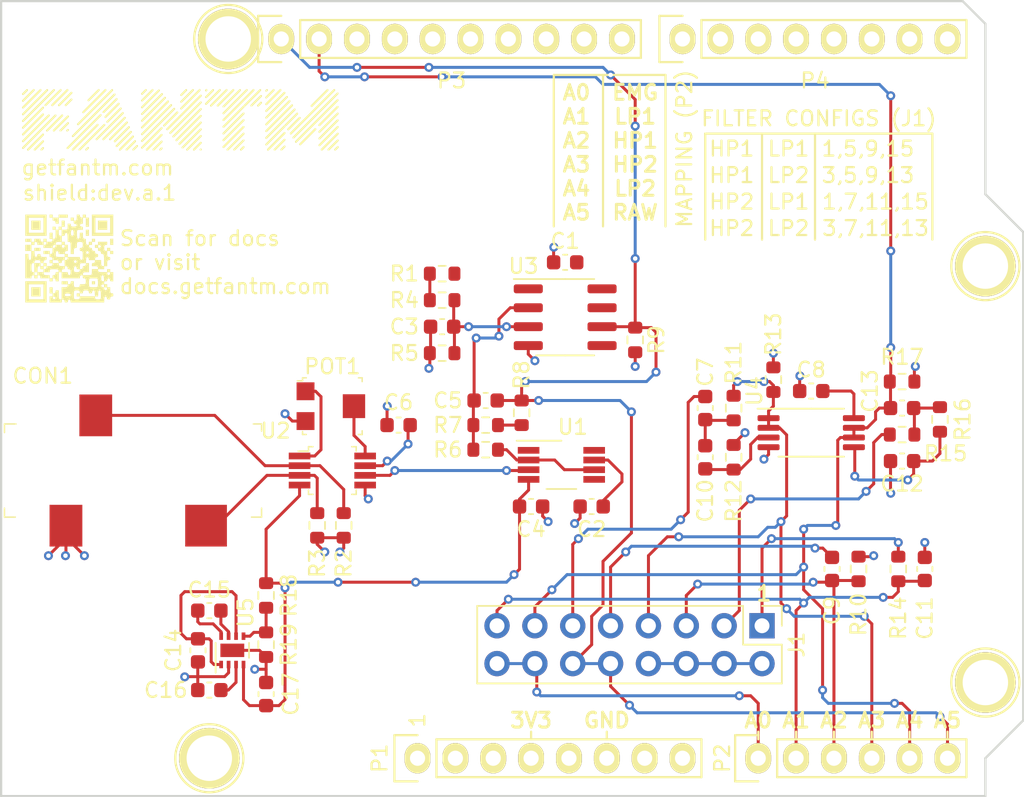
<source format=kicad_pcb>
(kicad_pcb (version 20171130) (host pcbnew "(5.1.8)-1")
  (title_block (date "lun. 30 mars 2015"))
  (layers (0 F.Cu signal) (31 B.Cu signal) (34 B.Paste user) (35 F.Paste user) (36 B.SilkS user) (37 F.SilkS user) (38 B.Mask user) (39 F.Mask user) (44 Edge.Cuts user))
  (net 0 "")
  (net 1 /IOREF)
  (net 2 /Reset)
  (net 3 +5V)
  (net 4 GND)
  (net 5 /Vin)
  (net 6 /A0)
  (net 7 /A1)
  (net 8 /A2)
  (net 9 /A3)
  (net 10 /AREF)
  (net 11 "/A4(SDA)")
  (net 12 "/A5(SCL)")
  (net 13 "/9(**)")
  (net 14 /8)
  (net 15 /7)
  (net 16 "/6(**)")
  (net 17 "/5(**)")
  (net 18 /4)
  (net 19 "/3(**)")
  (net 20 /2)
  (net 21 "/1(Tx)")
  (net 22 "/0(Rx)")
  (net 23 "Net-(P5-Pad1)")
  (net 24 "Net-(P6-Pad1)")
  (net 25 "Net-(P7-Pad1)")
  (net 26 "Net-(P8-Pad1)")
  (net 27 "/13(SCK)")
  (net 28 "/10(**/SS)")
  (net 29 "Net-(P1-Pad1)")
  (net 30 +3V3)
  (net 31 "/12(MISO)")
  (net 32 "/11(**/MOSI)")
  (net 33 "/EMG Amplifiers/SECOND_ORDER_HP")
  (net 34 "/EMG Amplifiers/HP_2_MID")
  (net 35 "/EMG Amplifiers/FIRST_ORDER_HP")
  (net 36 "/EMG Amplifiers/HP_2_+")
  (net 37 "/EMG Amplifiers/LP_2_+")
  (net 38 "/EMG Amplifiers/LP_2_MID")
  (net 39 /EMG_N)
  (net 40 /EMG_P)
  (net 41 "Net-(POT1-Pad1)")
  (net 42 "Net-(POT1-Pad2)")
  (net 43 "/EMG Amplifiers/FIRST_ORDER_LP")
  (net 44 "/EMG Amplifiers/SECOND_ORDER_LP")
  (net 45 "/EMG Amplifiers/HP")
  (net 46 "Net-(C3-Pad2)")
  (net 47 -5V)
  (net 48 "Net-(C5-Pad2)")
  (net 49 "Net-(C15-Pad2)")
  (net 50 "Net-(C15-Pad1)")
  (net 51 "Net-(C16-Pad2)")
  (net 52 "Net-(R1-Pad1)")
  (net 53 "Net-(R6-Pad2)")
  (net 54 "Net-(R7-Pad1)")
  (net 55 "Net-(R18-Pad1)")
  (net 56 "/EMG Amplifiers/EMG_INSTR")
  (net 57 "Net-(U3-Pad8)")
  (net 58 "Net-(U3-Pad5)")
  (net 59 "Net-(U3-Pad1)")
  (module kicad:docs4 (layer F.Cu) (at 115.57 90.297)
    (fp_text reference G*** hide)
    (fp_text value LOGO hide)
  )
  (module Package_SO:VSSOP-8_3.0x3.0mm_P0.65mm (layer F.Cu) (at 148.59 104.14)
    (fp_text reference U1 (at 0.762 -2.54) (layer F.SilkS))
    (fp_text value OPA140DGK)
    (pad 8 smd rect (at 2.2 -0.975 270) (size 0.45 1.45) (layers F.Cu F.Paste F.Mask))
    (pad 7 smd rect (at 2.2 -0.325 270) (size 0.45 1.45) (layers F.Cu F.Paste F.Mask) (net 3 +5V))
    (pad 6 smd rect (at 2.2 0.325 270) (size 0.45 1.45) (layers F.Cu F.Paste F.Mask) (net 53 "Net-(R6-Pad2)"))
    (pad 5 smd rect (at 2.2 0.975 270) (size 0.45 1.45) (layers F.Cu F.Paste F.Mask))
    (pad 4 smd rect (at -2.2 0.975 270) (size 0.45 1.45) (layers F.Cu F.Paste F.Mask) (net 47 -5V))
    (pad 3 smd rect (at -2.2 0.325 270) (size 0.45 1.45) (layers F.Cu F.Paste F.Mask) (net 56 "/EMG Amplifiers/EMG_INSTR"))
    (pad 2 smd rect (at -2.2 -0.325 270) (size 0.45 1.45) (layers F.Cu F.Paste F.Mask) (net 53 "Net-(R6-Pad2)"))
    (pad 1 smd rect (at -2.2 -0.975 270) (size 0.45 1.45) (layers F.Cu F.Paste F.Mask))
  )
  (module Resistor_SMD:R_0603_1608Metric (layer F.Cu) (at 140.589 93.091 180)
    (fp_text reference R4 (at 2.54 0) (layer F.SilkS))
    (fp_text value 3.9k)
    (pad 2 smd roundrect (at 0.825 0 180) (size 0.8 0.95) (layers F.Cu F.Paste F.Mask) (net 52 "Net-(R1-Pad1)"))
    (pad 1 smd roundrect (at -0.825 0 180) (size 0.8 0.95) (layers F.Cu F.Paste F.Mask) (net 46 "Net-(C3-Pad2)"))
  )
  (module Package_SON:WSON-8-1EP_2x2mm_P0.5mm_EP0.9x1.6mm (layer F.Cu) (at 126.511 116.586 90)
    (fp_text reference U5 (at 2.54 0.889 90) (layer F.SilkS))
    (fp_text value LM27761)
    (pad 6 smd rect (at 0.95 0.25 90) (size 0.5 0.25) (layers F.Cu F.Paste F.Mask) (net 3 +5V))
    (pad 5 smd rect (at 0.95 0.75 90) (size 0.5 0.25) (layers F.Cu F.Paste F.Mask) (net 55 "Net-(R18-Pad1)"))
    (pad 4 smd rect (at -0.95 0.75 90) (size 0.5 0.25) (layers F.Cu F.Paste F.Mask) (net 47 -5V))
    (pad 2 smd rect (at -0.95 -0.25 90) (size 0.5 0.25) (layers F.Cu F.Paste F.Mask) (net 4 GND))
    (pad 1 smd rect (at -0.95 -0.75 90) (size 0.5 0.25) (layers F.Cu F.Paste F.Mask) (net 3 +5V))
    (pad 9 smd rect (at 0 0 90) (size 0.9 1.6) (layers F.Cu F.Mask) (net 4 GND))
    (pad 8 smd rect (at 0.95 -0.75 90) (size 0.5 0.25) (layers F.Cu F.Paste F.Mask) (net 49 "Net-(C15-Pad2)"))
    (pad 7 smd rect (at 0.95 -0.25 90) (size 0.5 0.25) (layers F.Cu F.Paste F.Mask) (net 50 "Net-(C15-Pad1)"))
    (pad 3 smd rect (at -0.95 0.25 90) (size 0.5 0.25) (layers F.Cu F.Paste F.Mask) (net 51 "Net-(C16-Pad2)"))
  )
  (module Package_SO:SOIC-8_3.9x4.9mm_P1.27mm (layer F.Cu) (at 148.844 94.234)
    (fp_text reference U3 (at -2.794 -3.429) (layer F.SilkS))
    (fp_text value OPA376xxD)
    (pad 8 smd roundrect (at 2.475 -1.905) (size 1.95 0.6) (layers F.Cu F.Paste F.Mask) (net 57 "Net-(U3-Pad8)"))
    (pad 7 smd roundrect (at 2.475 -0.635) (size 1.95 0.6) (layers F.Cu F.Paste F.Mask) (net 3 +5V))
    (pad 6 smd roundrect (at 2.475 0.635) (size 1.95 0.6) (layers F.Cu F.Paste F.Mask) (net 12 "/A5(SCL)"))
    (pad 5 smd roundrect (at 2.475 1.905) (size 1.95 0.6) (layers F.Cu F.Paste F.Mask) (net 58 "Net-(U3-Pad5)"))
    (pad 4 smd roundrect (at -2.475 1.905) (size 1.95 0.6) (layers F.Cu F.Paste F.Mask) (net 4 GND))
    (pad 3 smd roundrect (at -2.475 0.635) (size 1.95 0.6) (layers F.Cu F.Paste F.Mask) (net 46 "Net-(C3-Pad2)"))
    (pad 2 smd roundrect (at -2.475 -0.635) (size 1.95 0.6) (layers F.Cu F.Paste F.Mask) (net 48 "Net-(C5-Pad2)"))
    (pad 1 smd roundrect (at -2.475 -1.905) (size 1.95 0.6) (layers F.Cu F.Paste F.Mask) (net 59 "Net-(U3-Pad1)"))
  )
  (module Resistor_SMD:R_0603_1608Metric (layer F.Cu) (at 128.778 116.205 270)
    (fp_text reference R19 (at 0 -1.524 90) (layer F.SilkS))
    (fp_text value 100k)
    (pad 2 smd roundrect (at 0.825 0 270) (size 0.8 0.95) (layers F.Cu F.Paste F.Mask) (net 4 GND))
    (pad 1 smd roundrect (at -0.825 0 270) (size 0.8 0.95) (layers F.Cu F.Paste F.Mask) (net 55 "Net-(R18-Pad1)"))
  )
  (module Resistor_SMD:R_0603_1608Metric (layer F.Cu) (at 128.778 112.903 90)
    (fp_text reference R18 (at 0 1.524 90) (layer F.SilkS))
    (fp_text value 309k)
    (pad 2 smd roundrect (at 0.825 0 90) (size 0.8 0.95) (layers F.Cu F.Paste F.Mask) (net 47 -5V))
    (pad 1 smd roundrect (at -0.825 0 90) (size 0.8 0.95) (layers F.Cu F.Paste F.Mask) (net 55 "Net-(R18-Pad1)"))
  )
  (module Resistor_SMD:R_0603_1608Metric (layer F.Cu) (at 153.543 95.758 270)
    (fp_text reference R9 (at 0 -1.43 90) (layer F.SilkS))
    (fp_text value 10k)
    (pad 2 smd roundrect (at 0.825 0 270) (size 0.8 0.95) (layers F.Cu F.Paste F.Mask) (net 4 GND))
    (pad 1 smd roundrect (at -0.825 0 270) (size 0.8 0.95) (layers F.Cu F.Paste F.Mask) (net 12 "/A5(SCL)"))
  )
  (module Resistor_SMD:R_0603_1608Metric (layer F.Cu) (at 145.923 100.647 270)
    (fp_text reference R8 (at -2.54 0 90) (layer F.SilkS))
    (fp_text value 2.7k)
    (pad 2 smd roundrect (at 0.825 0 270) (size 0.8 0.95) (layers F.Cu F.Paste F.Mask) (net 54 "Net-(R7-Pad1)"))
    (pad 1 smd roundrect (at -0.825 0 270) (size 0.8 0.95) (layers F.Cu F.Paste F.Mask) (net 12 "/A5(SCL)"))
  )
  (module Resistor_SMD:R_0603_1608Metric (layer F.Cu) (at 143.51 101.473 180)
    (fp_text reference R7 (at 2.54 0) (layer F.SilkS))
    (fp_text value 33k)
    (pad 2 smd roundrect (at 0.825 0 180) (size 0.8 0.95) (layers F.Cu F.Paste F.Mask) (net 48 "Net-(C5-Pad2)"))
    (pad 1 smd roundrect (at -0.825 0 180) (size 0.8 0.95) (layers F.Cu F.Paste F.Mask) (net 54 "Net-(R7-Pad1)"))
  )
  (module Resistor_SMD:R_0603_1608Metric (layer F.Cu) (at 143.51 103.124)
    (fp_text reference R6 (at -2.54 0) (layer F.SilkS))
    (fp_text value 39k)
    (pad 2 smd roundrect (at 0.825 0) (size 0.8 0.95) (layers F.Cu F.Paste F.Mask) (net 53 "Net-(R6-Pad2)"))
    (pad 1 smd roundrect (at -0.825 0) (size 0.8 0.95) (layers F.Cu F.Paste F.Mask) (net 48 "Net-(C5-Pad2)"))
  )
  (module Resistor_SMD:R_0603_1608Metric (layer F.Cu) (at 140.589 96.647 180)
    (fp_text reference R5 (at 2.54 0) (layer F.SilkS))
    (fp_text value 10k)
    (pad 2 smd roundrect (at 0.825 0 180) (size 0.8 0.95) (layers F.Cu F.Paste F.Mask) (net 4 GND))
    (pad 1 smd roundrect (at -0.825 0 180) (size 0.8 0.95) (layers F.Cu F.Paste F.Mask) (net 46 "Net-(C3-Pad2)"))
  )
  (module Resistor_SMD:R_0603_1608Metric (layer F.Cu) (at 132.207 108.204 90)
    (fp_text reference R3 (at -2.54 0 90) (layer F.SilkS))
    (fp_text value 47k)
    (pad 2 smd roundrect (at 0.825 0 90) (size 0.8 0.95) (layers F.Cu F.Paste F.Mask) (net 40 /EMG_P))
    (pad 1 smd roundrect (at -0.825 0 90) (size 0.8 0.95) (layers F.Cu F.Paste F.Mask) (net 4 GND))
  )
  (module Resistor_SMD:R_0603_1608Metric (layer F.Cu) (at 133.985 108.204 90)
    (fp_text reference R2 (at -2.54 0 90) (layer F.SilkS))
    (fp_text value 47k)
    (pad 2 smd roundrect (at 0.825 0 90) (size 0.8 0.95) (layers F.Cu F.Paste F.Mask) (net 39 /EMG_N))
    (pad 1 smd roundrect (at -0.825 0 90) (size 0.8 0.95) (layers F.Cu F.Paste F.Mask) (net 4 GND))
  )
  (module Resistor_SMD:R_0603_1608Metric (layer F.Cu) (at 140.589 91.313)
    (fp_text reference R1 (at -2.54 0) (layer F.SilkS))
    (fp_text value 33k)
    (pad 2 smd roundrect (at 0.825 0) (size 0.8 0.95) (layers F.Cu F.Paste F.Mask) (net 3 +5V))
    (pad 1 smd roundrect (at -0.825 0) (size 0.8 0.95) (layers F.Cu F.Paste F.Mask) (net 52 "Net-(R1-Pad1)"))
  )
  (module Capacitor_SMD:C_0603_1608Metric (layer F.Cu) (at 128.778 119.52 270)
    (fp_text reference C17 (at 0 -1.651 90) (layer F.SilkS))
    (fp_text value 2.2uF)
    (pad 2 smd roundrect (at 0.775 0 270) (size 0.9 0.95) (layers F.Cu F.Paste F.Mask) (net 47 -5V))
    (pad 1 smd roundrect (at -0.775 0 270) (size 0.9 0.95) (layers F.Cu F.Paste F.Mask) (net 4 GND))
  )
  (module Capacitor_SMD:C_0603_1608Metric (layer F.Cu) (at 124.968 119.253)
    (fp_text reference C16 (at -2.921 0) (layer F.SilkS))
    (fp_text value 4.7uF)
    (pad 2 smd roundrect (at 0.775 0) (size 0.9 0.95) (layers F.Cu F.Paste F.Mask) (net 51 "Net-(C16-Pad2)"))
    (pad 1 smd roundrect (at -0.775 0) (size 0.9 0.95) (layers F.Cu F.Paste F.Mask) (net 4 GND))
  )
  (module Capacitor_SMD:C_0603_1608Metric (layer F.Cu) (at 124.968 113.919 180)
    (fp_text reference C15 (at 0 1.397) (layer F.SilkS))
    (fp_text value 1uF)
    (pad 2 smd roundrect (at 0.775 0 180) (size 0.9 0.95) (layers F.Cu F.Paste F.Mask) (net 49 "Net-(C15-Pad2)"))
    (pad 1 smd roundrect (at -0.775 0 180) (size 0.9 0.95) (layers F.Cu F.Paste F.Mask) (net 50 "Net-(C15-Pad1)"))
  )
  (module Capacitor_SMD:C_0603_1608Metric (layer F.Cu) (at 124.206 116.586 90)
    (fp_text reference C14 (at 0 -1.651 90) (layer F.SilkS))
    (fp_text value 4.7uF)
    (pad 2 smd roundrect (at 0.775 0 90) (size 0.9 0.95) (layers F.Cu F.Paste F.Mask) (net 3 +5V))
    (pad 1 smd roundrect (at -0.775 0 90) (size 0.9 0.95) (layers F.Cu F.Paste F.Mask) (net 4 GND))
  )
  (module Capacitor_SMD:C_0603_1608Metric (layer F.Cu) (at 143.51 99.822 180)
    (fp_text reference C5 (at 2.54 0) (layer F.SilkS))
    (fp_text value 43pF)
    (pad 2 smd roundrect (at 0.775 0 180) (size 0.9 0.95) (layers F.Cu F.Paste F.Mask) (net 48 "Net-(C5-Pad2)"))
    (pad 1 smd roundrect (at -0.775 0 180) (size 0.9 0.95) (layers F.Cu F.Paste F.Mask) (net 12 "/A5(SCL)"))
  )
  (module Capacitor_SMD:C_0603_1608Metric (layer F.Cu) (at 146.558 106.934 180)
    (fp_text reference C4 (at 0 -1.524) (layer F.SilkS))
    (fp_text value 0.1uF)
    (pad 2 smd roundrect (at 0.775 0 180) (size 0.9 0.95) (layers F.Cu F.Paste F.Mask) (net 47 -5V))
    (pad 1 smd roundrect (at -0.775 0 180) (size 0.9 0.95) (layers F.Cu F.Paste F.Mask) (net 4 GND))
  )
  (module Capacitor_SMD:C_0603_1608Metric (layer F.Cu) (at 140.589 94.869)
    (fp_text reference C3 (at -2.54 0) (layer F.SilkS))
    (fp_text value 1uF)
    (pad 2 smd roundrect (at 0.775 0) (size 0.9 0.95) (layers F.Cu F.Paste F.Mask) (net 46 "Net-(C3-Pad2)"))
    (pad 1 smd roundrect (at -0.775 0) (size 0.9 0.95) (layers F.Cu F.Paste F.Mask) (net 4 GND))
  )
  (module Capacitor_SMD:C_0603_1608Metric (layer F.Cu) (at 150.622 106.934)
    (fp_text reference C2 (at 0 1.524) (layer F.SilkS))
    (fp_text value 0.1uF)
    (pad 2 smd roundrect (at 0.775 0) (size 0.9 0.95) (layers F.Cu F.Paste F.Mask) (net 3 +5V))
    (pad 1 smd roundrect (at -0.775 0) (size 0.9 0.95) (layers F.Cu F.Paste F.Mask) (net 4 GND))
  )
  (module Capacitor_SMD:C_0603_1608Metric (layer F.Cu) (at 148.844 90.551)
    (fp_text reference C1 (at 0 -1.43) (layer F.SilkS))
    (fp_text value 0.1uF)
    (pad 2 smd roundrect (at 0.775 0) (size 0.9 0.95) (layers F.Cu F.Paste F.Mask) (net 3 +5V))
    (pad 1 smd roundrect (at -0.775 0) (size 0.9 0.95) (layers F.Cu F.Paste F.Mask) (net 4 GND))
  )
  (module Connector_PinHeader_2.54mm:PinHeader_2x08_P2.54mm_Vertical (layer F.Cu) (at 162.052 114.935 270)
    (fp_text reference J1 (at 1.27 -2.33 90) (layer F.SilkS))
    (fp_text value Conn_02x08_Row_Letter_Last)
    (pad 16 thru_hole oval (at 2.54 17.78 270) (size 1.7 1.7) (drill 1) (layers *.Cu *.Mask) (net 6 /A0))
    (pad 15 thru_hole oval (at 0 17.78 270) (size 1.7 1.7) (drill 1) (layers *.Cu *.Mask) (net 7 /A1))
    (pad 14 thru_hole oval (at 2.54 15.24 270) (size 1.7 1.7) (drill 1) (layers *.Cu *.Mask) (net 6 /A0))
    (pad 13 thru_hole oval (at 0 15.24 270) (size 1.7 1.7) (drill 1) (layers *.Cu *.Mask) (net 11 "/A4(SDA)"))
    (pad 12 thru_hole oval (at 2.54 12.7 270) (size 1.7 1.7) (drill 1) (layers *.Cu *.Mask) (net 12 "/A5(SCL)"))
    (pad 11 thru_hole oval (at 0 12.7 270) (size 1.7 1.7) (drill 1) (layers *.Cu *.Mask) (net 33 "/EMG Amplifiers/SECOND_ORDER_HP"))
    (pad 10 thru_hole oval (at 2.54 10.16 270) (size 1.7 1.7) (drill 1) (layers *.Cu *.Mask) (net 12 "/A5(SCL)"))
    (pad 9 thru_hole oval (at 0 10.16 270) (size 1.7 1.7) (drill 1) (layers *.Cu *.Mask) (net 35 "/EMG Amplifiers/FIRST_ORDER_HP"))
    (pad 8 thru_hole oval (at 2.54 7.62 270) (size 1.7 1.7) (drill 1) (layers *.Cu *.Mask) (net 45 "/EMG Amplifiers/HP"))
    (pad 7 thru_hole oval (at 0 7.62 270) (size 1.7 1.7) (drill 1) (layers *.Cu *.Mask) (net 9 /A3))
    (pad 6 thru_hole oval (at 2.54 5.08 270) (size 1.7 1.7) (drill 1) (layers *.Cu *.Mask) (net 45 "/EMG Amplifiers/HP"))
    (pad 5 thru_hole oval (at 0 5.08 270) (size 1.7 1.7) (drill 1) (layers *.Cu *.Mask) (net 8 /A2))
    (pad 4 thru_hole oval (at 2.54 2.54 270) (size 1.7 1.7) (drill 1) (layers *.Cu *.Mask) (net 45 "/EMG Amplifiers/HP"))
    (pad 3 thru_hole oval (at 0 2.54 270) (size 1.7 1.7) (drill 1) (layers *.Cu *.Mask) (net 44 "/EMG Amplifiers/SECOND_ORDER_LP"))
    (pad 2 thru_hole oval (at 2.54 0 270) (size 1.7 1.7) (drill 1) (layers *.Cu *.Mask) (net 45 "/EMG Amplifiers/HP"))
    (pad 1 thru_hole rect (at 0 0 270) (size 1.7 1.7) (drill 1) (layers *.Cu *.Mask) (net 43 "/EMG Amplifiers/FIRST_ORDER_LP"))
  )
  (module Package_SO:TSSOP-8_4.4x3mm_P0.65mm (layer F.Cu) (at 165.354 101.981)
    (fp_text reference U4 (at -3.81 -2.794 270) (layer F.SilkS))
    (fp_text value TLV9002IPWR)
    (pad 8 smd roundrect (at 2.8625 -0.975) (size 1.475 0.4) (layers F.Cu F.Paste F.Mask) (net 3 +5V))
    (pad 7 smd roundrect (at 2.8625 -0.325) (size 1.475 0.4) (layers F.Cu F.Paste F.Mask) (net 11 "/A4(SDA)"))
    (pad 6 smd roundrect (at 2.8625 0.325) (size 1.475 0.4) (layers F.Cu F.Paste F.Mask) (net 11 "/A4(SDA)"))
    (pad 5 smd roundrect (at 2.8625 0.975) (size 1.475 0.4) (layers F.Cu F.Paste F.Mask) (net 37 "/EMG Amplifiers/LP_2_+"))
    (pad 4 smd roundrect (at -2.8625 0.975) (size 1.475 0.4) (layers F.Cu F.Paste F.Mask) (net 4 GND))
    (pad 3 smd roundrect (at -2.8625 0.325) (size 1.475 0.4) (layers F.Cu F.Paste F.Mask) (net 36 "/EMG Amplifiers/HP_2_+"))
    (pad 2 smd roundrect (at -2.8625 -0.325) (size 1.475 0.4) (layers F.Cu F.Paste F.Mask) (net 9 /A3))
    (pad 1 smd roundrect (at -2.8625 -0.975) (size 1.475 0.4) (layers F.Cu F.Paste F.Mask) (net 9 /A3))
  )
  (module digikey-footprints:TSSOP-8_W3mm (layer F.Cu) (at 133.223 104.521 270)
    (fp_text reference U2 (at -2.667 3.81) (layer F.SilkS))
    (fp_text value INA333AIDGKR)
    (pad 8 smd rect (at -0.975 -2.2 270) (size 0.45 1.45) (layers F.Cu F.Paste F.Mask) (net 42 "Net-(POT1-Pad2)"))
    (pad 7 smd rect (at -0.325 -2.2 270) (size 0.45 1.45) (layers F.Cu F.Paste F.Mask) (net 3 +5V))
    (pad 6 smd rect (at 0.325 -2.2 270) (size 0.45 1.45) (layers F.Cu F.Paste F.Mask) (net 56 "/EMG Amplifiers/EMG_INSTR"))
    (pad 5 smd rect (at 0.975 -2.2 270) (size 0.45 1.45) (layers F.Cu F.Paste F.Mask) (net 4 GND))
    (pad 4 smd rect (at 0.975 2.2 270) (size 0.45 1.45) (layers F.Cu F.Paste F.Mask) (net 47 -5V))
    (pad 3 smd rect (at 0.325 2.2 270) (size 0.45 1.45) (layers F.Cu F.Paste F.Mask) (net 40 /EMG_P))
    (pad 2 smd rect (at -0.325 2.2 270) (size 0.45 1.45) (layers F.Cu F.Paste F.Mask) (net 39 /EMG_N))
    (pad 1 smd rect (at -0.975 2.2 270) (size 0.45 1.45) (layers F.Cu F.Paste F.Mask) (net 41 "Net-(POT1-Pad1)"))
  )
  (module Resistor_SMD:R_0603_1608Metric (layer F.Cu) (at 171.45 98.552 180)
    (fp_text reference R17 (at 0 1.651) (layer F.SilkS))
    (fp_text value 10k)
    (pad 2 smd roundrect (at 0.825 0 180) (size 0.8 0.95) (layers F.Cu F.Paste F.Mask) (net 11 "/A4(SDA)"))
    (pad 1 smd roundrect (at -0.825 0 180) (size 0.8 0.95) (layers F.Cu F.Paste F.Mask) (net 4 GND))
  )
  (module Resistor_SMD:R_0603_1608Metric (layer F.Cu) (at 173.99 101.092 270)
    (fp_text reference R16 (at 0 -1.524 90) (layer F.SilkS))
    (fp_text value 10k)
    (pad 2 smd roundrect (at 0.825 0 270) (size 0.8 0.95) (layers F.Cu F.Paste F.Mask) (net 37 "/EMG Amplifiers/LP_2_+"))
    (pad 1 smd roundrect (at -0.825 0 270) (size 0.8 0.95) (layers F.Cu F.Paste F.Mask) (net 38 "/EMG Amplifiers/LP_2_MID"))
  )
  (module Resistor_SMD:R_0603_1608Metric (layer F.Cu) (at 171.45 102.108)
    (fp_text reference R15 (at 2.921 1.27 180) (layer F.SilkS))
    (fp_text value 10k)
    (pad 2 smd roundrect (at 0.825 0) (size 0.8 0.95) (layers F.Cu F.Paste F.Mask) (net 38 "/EMG Amplifiers/LP_2_MID"))
    (pad 1 smd roundrect (at -0.825 0) (size 0.8 0.95) (layers F.Cu F.Paste F.Mask) (net 44 "/EMG Amplifiers/SECOND_ORDER_LP"))
  )
  (module Resistor_SMD:R_0603_1608Metric (layer F.Cu) (at 171.196 111.125 270)
    (fp_text reference R14 (at 3.302 0 90) (layer F.SilkS))
    (fp_text value 10k)
    (pad 2 smd roundrect (at 0.825 0 270) (size 0.8 0.95) (layers F.Cu F.Paste F.Mask) (net 7 /A1))
    (pad 1 smd roundrect (at -0.825 0 270) (size 0.8 0.95) (layers F.Cu F.Paste F.Mask) (net 43 "/EMG Amplifiers/FIRST_ORDER_LP"))
  )
  (module Resistor_SMD:R_0603_1608Metric (layer F.Cu) (at 162.814 98.425 270)
    (fp_text reference R13 (at -3.048 0 90) (layer F.SilkS))
    (fp_text value 10k)
    (pad 2 smd roundrect (at 0.825 0 270) (size 0.8 0.95) (layers F.Cu F.Paste F.Mask) (net 9 /A3))
    (pad 1 smd roundrect (at -0.825 0 270) (size 0.8 0.95) (layers F.Cu F.Paste F.Mask) (net 4 GND))
  )
  (module Resistor_SMD:R_0603_1608Metric (layer F.Cu) (at 160.147 103.632 90)
    (fp_text reference R12 (at -2.921 0 90) (layer F.SilkS))
    (fp_text value 100k)
    (pad 2 smd roundrect (at 0.825 0 90) (size 0.8 0.95) (layers F.Cu F.Paste F.Mask) (net 4 GND))
    (pad 1 smd roundrect (at -0.825 0 90) (size 0.8 0.95) (layers F.Cu F.Paste F.Mask) (net 36 "/EMG Amplifiers/HP_2_+"))
  )
  (module Resistor_SMD:R_0603_1608Metric (layer F.Cu) (at 160.147 100.33 270)
    (fp_text reference R11 (at -3.048 0 90) (layer F.SilkS))
    (fp_text value 100k)
    (pad 2 smd roundrect (at 0.825 0 270) (size 0.8 0.95) (layers F.Cu F.Paste F.Mask) (net 34 "/EMG Amplifiers/HP_2_MID"))
    (pad 1 smd roundrect (at -0.825 0 270) (size 0.8 0.95) (layers F.Cu F.Paste F.Mask) (net 9 /A3))
  )
  (module Resistor_SMD:R_0603_1608Metric (layer F.Cu) (at 168.529 111.125 90)
    (fp_text reference R10 (at -3.048 0 90) (layer F.SilkS))
    (fp_text value 100k)
    (pad 2 smd roundrect (at 0.825 0 90) (size 0.8 0.95) (layers F.Cu F.Paste F.Mask) (net 4 GND))
    (pad 1 smd roundrect (at -0.825 0 90) (size 0.8 0.95) (layers F.Cu F.Paste F.Mask) (net 8 /A2))
  )
  (module digikey-footprints:Trimpot_3.8mmx3.6mm_TC33X-2-103E (layer F.Cu) (at 133.223 100.203 270)
    (fp_text reference POT1 (at -2.667 0 180) (layer F.SilkS))
    (fp_text value TC33X-2-103E)
    (pad 3 smd rect (at 1 1.8 270) (size 1.2 1.2) (layers F.Cu F.Paste F.Mask) (net 4 GND))
    (pad 1 smd rect (at -1 1.8 270) (size 1.2 1.2) (layers F.Cu F.Paste F.Mask) (net 41 "Net-(POT1-Pad1)"))
    (pad 2 smd rect (at 0 -1.45 270) (size 1.6 1.5) (layers F.Cu F.Paste F.Mask) (net 42 "Net-(POT1-Pad2)"))
  )
  (module digikey-footprints:Switch_Slide_11.6x4mm_SJ-3523-SMT (layer F.Cu) (at 117.348 104.521)
    (fp_text reference CON1 (at -3.556 -6.35) (layer F.SilkS))
    (fp_text value SJ-3523-SMT-TR)
    (pad "" np_thru_hole circle (at 6.1 0) (size 1.7 1.7) (drill 1.7) (layers *.Cu *.Mask))
    (pad "" np_thru_hole circle (at -0.9 0) (size 1.7 1.7) (drill 1.7) (layers *.Cu *.Mask))
    (pad 2 smd rect (at 7.4 3.7) (size 2.8 2.8) (layers F.Cu F.Paste F.Mask) (net 40 /EMG_P))
    (pad 1 smd rect (at -2 3.7) (size 2.2 2.8) (layers F.Cu F.Paste F.Mask) (net 4 GND))
    (pad 3 smd rect (at 0 -3.7) (size 2.2 2.8) (layers F.Cu F.Paste F.Mask) (net 39 /EMG_N))
  )
  (module Capacitor_SMD:C_0603_1608Metric (layer F.Cu) (at 171.45 100.33 180)
    (fp_text reference C13 (at 2.159 1.143 90) (layer F.SilkS))
    (fp_text value 0.033uF)
    (pad 2 smd roundrect (at 0.775 0 180) (size 0.9 0.95) (layers F.Cu F.Paste F.Mask) (net 11 "/A4(SDA)"))
    (pad 1 smd roundrect (at -0.775 0 180) (size 0.9 0.95) (layers F.Cu F.Paste F.Mask) (net 38 "/EMG Amplifiers/LP_2_MID"))
  )
  (module Capacitor_SMD:C_0603_1608Metric (layer F.Cu) (at 171.45 103.886)
    (fp_text reference C12 (at 0 1.524) (layer F.SilkS))
    (fp_text value 0.033uF)
    (pad 2 smd roundrect (at 0.775 0) (size 0.9 0.95) (layers F.Cu F.Paste F.Mask) (net 37 "/EMG Amplifiers/LP_2_+"))
    (pad 1 smd roundrect (at -0.775 0) (size 0.9 0.95) (layers F.Cu F.Paste F.Mask) (net 4 GND))
  )
  (module Capacitor_SMD:C_0603_1608Metric (layer F.Cu) (at 172.974 111.125 270)
    (fp_text reference C11 (at 3.302 0 90) (layer F.SilkS))
    (fp_text value 0.033uF)
    (pad 2 smd roundrect (at 0.775 0 270) (size 0.9 0.95) (layers F.Cu F.Paste F.Mask) (net 7 /A1))
    (pad 1 smd roundrect (at -0.775 0 270) (size 0.9 0.95) (layers F.Cu F.Paste F.Mask) (net 4 GND))
  )
  (module Capacitor_SMD:C_0603_1608Metric (layer F.Cu) (at 158.242 103.632 90)
    (fp_text reference C10 (at -2.921 0 90) (layer F.SilkS))
    (fp_text value 0.15uF)
    (pad 2 smd roundrect (at 0.775 0 90) (size 0.9 0.95) (layers F.Cu F.Paste F.Mask) (net 34 "/EMG Amplifiers/HP_2_MID"))
    (pad 1 smd roundrect (at -0.775 0 90) (size 0.9 0.95) (layers F.Cu F.Paste F.Mask) (net 36 "/EMG Amplifiers/HP_2_+"))
  )
  (module Capacitor_SMD:C_0603_1608Metric (layer F.Cu) (at 166.751 111.125 90)
    (fp_text reference C9 (at -2.794 0 90) (layer F.SilkS))
    (fp_text value 0.15uF)
    (pad 2 smd roundrect (at 0.775 0 90) (size 0.9 0.95) (layers F.Cu F.Paste F.Mask) (net 35 "/EMG Amplifiers/FIRST_ORDER_HP"))
    (pad 1 smd roundrect (at -0.775 0 90) (size 0.9 0.95) (layers F.Cu F.Paste F.Mask) (net 8 /A2))
  )
  (module Capacitor_SMD:C_0603_1608Metric (layer F.Cu) (at 158.242 100.33 90)
    (fp_text reference C7 (at 2.413 0 90) (layer F.SilkS))
    (fp_text value 0.15uF)
    (pad 2 smd roundrect (at 0.775 0 90) (size 0.9 0.95) (layers F.Cu F.Paste F.Mask) (net 33 "/EMG Amplifiers/SECOND_ORDER_HP"))
    (pad 1 smd roundrect (at -0.775 0 90) (size 0.9 0.95) (layers F.Cu F.Paste F.Mask) (net 34 "/EMG Amplifiers/HP_2_MID"))
  )
  (module Capacitor_SMD:C_0603_1608Metric (layer F.Cu) (at 165.354 99.187)
    (fp_text reference C8 (at 0 -1.43) (layer F.SilkS))
    (fp_text value 0.1uF)
    (pad 2 smd roundrect (at 0.775 0) (size 0.9 0.95) (layers F.Cu F.Paste F.Mask) (net 3 +5V))
    (pad 1 smd roundrect (at -0.775 0) (size 0.9 0.95) (layers F.Cu F.Paste F.Mask) (net 4 GND))
  )
  (module Capacitor_SMD:C_0603_1608Metric (layer F.Cu) (at 137.668 101.473)
    (fp_text reference C6 (at 0 -1.524) (layer F.SilkS))
    (fp_text value 0.1uF)
    (pad 2 smd roundrect (at 0.775 0) (size 0.9 0.95) (layers F.Cu F.Paste F.Mask) (net 3 +5V))
    (pad 1 smd roundrect (at -0.775 0) (size 0.9 0.95) (layers F.Cu F.Paste F.Mask) (net 4 GND))
  )
  (module Socket_Arduino_Uno:Socket_Strip_Arduino_1x08 (layer F.Cu) (at 138.938 123.825)
    (fp_text reference P1 (at -2.54 0 90) (layer F.SilkS))
    (fp_text value Power)
    (pad 1 thru_hole oval (at 0 0) (size 1.7272 2.032) (drill 1.016) (layers *.Cu *.Mask F.SilkS) (net 29 "Net-(P1-Pad1)"))
    (pad 2 thru_hole oval (at 2.54 0) (size 1.7272 2.032) (drill 1.016) (layers *.Cu *.Mask F.SilkS) (net 1 /IOREF))
    (pad 3 thru_hole oval (at 5.08 0) (size 1.7272 2.032) (drill 1.016) (layers *.Cu *.Mask F.SilkS) (net 2 /Reset))
    (pad 4 thru_hole oval (at 7.62 0) (size 1.7272 2.032) (drill 1.016) (layers *.Cu *.Mask F.SilkS) (net 30 +3V3))
    (pad 5 thru_hole oval (at 10.16 0) (size 1.7272 2.032) (drill 1.016) (layers *.Cu *.Mask F.SilkS) (net 3 +5V))
    (pad 6 thru_hole oval (at 12.7 0) (size 1.7272 2.032) (drill 1.016) (layers *.Cu *.Mask F.SilkS) (net 4 GND))
    (pad 7 thru_hole oval (at 15.24 0) (size 1.7272 2.032) (drill 1.016) (layers *.Cu *.Mask F.SilkS) (net 4 GND))
    (pad 8 thru_hole oval (at 17.78 0) (size 1.7272 2.032) (drill 1.016) (layers *.Cu *.Mask F.SilkS) (net 5 /Vin))
  )
  (module Socket_Arduino_Uno:Socket_Strip_Arduino_1x06 (layer F.Cu) (at 161.798 123.825)
    (fp_text reference P2 (at -2.413 0 90) (layer F.SilkS))
    (fp_text value Analog)
    (pad 1 thru_hole oval (at 0 0) (size 1.7272 2.032) (drill 1.016) (layers *.Cu *.Mask F.SilkS) (net 6 /A0))
    (pad 2 thru_hole oval (at 2.54 0) (size 1.7272 2.032) (drill 1.016) (layers *.Cu *.Mask F.SilkS) (net 7 /A1))
    (pad 3 thru_hole oval (at 5.08 0) (size 1.7272 2.032) (drill 1.016) (layers *.Cu *.Mask F.SilkS) (net 8 /A2))
    (pad 4 thru_hole oval (at 7.62 0) (size 1.7272 2.032) (drill 1.016) (layers *.Cu *.Mask F.SilkS) (net 9 /A3))
    (pad 5 thru_hole oval (at 10.16 0) (size 1.7272 2.032) (drill 1.016) (layers *.Cu *.Mask F.SilkS) (net 11 "/A4(SDA)"))
    (pad 6 thru_hole oval (at 12.7 0) (size 1.7272 2.032) (drill 1.016) (layers *.Cu *.Mask F.SilkS) (net 12 "/A5(SCL)"))
  )
  (module Socket_Arduino_Uno:Socket_Strip_Arduino_1x10 (layer F.Cu) (at 129.794 75.565)
    (fp_text reference P3 (at 11.43 2.794) (layer F.SilkS))
    (fp_text value Digital)
    (pad 1 thru_hole oval (at 0 0) (size 1.7272 2.032) (drill 1.016) (layers *.Cu *.Mask F.SilkS) (net 12 "/A5(SCL)"))
    (pad 2 thru_hole oval (at 2.54 0) (size 1.7272 2.032) (drill 1.016) (layers *.Cu *.Mask F.SilkS) (net 11 "/A4(SDA)"))
    (pad 3 thru_hole oval (at 5.08 0) (size 1.7272 2.032) (drill 1.016) (layers *.Cu *.Mask F.SilkS) (net 10 /AREF))
    (pad 4 thru_hole oval (at 7.62 0) (size 1.7272 2.032) (drill 1.016) (layers *.Cu *.Mask F.SilkS) (net 4 GND))
    (pad 5 thru_hole oval (at 10.16 0) (size 1.7272 2.032) (drill 1.016) (layers *.Cu *.Mask F.SilkS) (net 27 "/13(SCK)"))
    (pad 6 thru_hole oval (at 12.7 0) (size 1.7272 2.032) (drill 1.016) (layers *.Cu *.Mask F.SilkS) (net 31 "/12(MISO)"))
    (pad 7 thru_hole oval (at 15.24 0) (size 1.7272 2.032) (drill 1.016) (layers *.Cu *.Mask F.SilkS) (net 32 "/11(**/MOSI)"))
    (pad 8 thru_hole oval (at 17.78 0) (size 1.7272 2.032) (drill 1.016) (layers *.Cu *.Mask F.SilkS) (net 28 "/10(**/SS)"))
    (pad 9 thru_hole oval (at 20.32 0) (size 1.7272 2.032) (drill 1.016) (layers *.Cu *.Mask F.SilkS) (net 13 "/9(**)"))
    (pad 10 thru_hole oval (at 22.86 0) (size 1.7272 2.032) (drill 1.016) (layers *.Cu *.Mask F.SilkS) (net 14 /8))
  )
  (module Socket_Arduino_Uno:Socket_Strip_Arduino_1x08 (layer F.Cu) (at 156.718 75.565)
    (fp_text reference P4 (at 8.89 2.794) (layer F.SilkS))
    (fp_text value Digital)
    (pad 1 thru_hole oval (at 0 0) (size 1.7272 2.032) (drill 1.016) (layers *.Cu *.Mask F.SilkS) (net 15 /7))
    (pad 2 thru_hole oval (at 2.54 0) (size 1.7272 2.032) (drill 1.016) (layers *.Cu *.Mask F.SilkS) (net 16 "/6(**)"))
    (pad 3 thru_hole oval (at 5.08 0) (size 1.7272 2.032) (drill 1.016) (layers *.Cu *.Mask F.SilkS) (net 17 "/5(**)"))
    (pad 4 thru_hole oval (at 7.62 0) (size 1.7272 2.032) (drill 1.016) (layers *.Cu *.Mask F.SilkS) (net 18 /4))
    (pad 5 thru_hole oval (at 10.16 0) (size 1.7272 2.032) (drill 1.016) (layers *.Cu *.Mask F.SilkS) (net 19 "/3(**)"))
    (pad 6 thru_hole oval (at 12.7 0) (size 1.7272 2.032) (drill 1.016) (layers *.Cu *.Mask F.SilkS) (net 20 /2))
    (pad 7 thru_hole oval (at 15.24 0) (size 1.7272 2.032) (drill 1.016) (layers *.Cu *.Mask F.SilkS) (net 21 "/1(Tx)"))
    (pad 8 thru_hole oval (at 17.78 0) (size 1.7272 2.032) (drill 1.016) (layers *.Cu *.Mask F.SilkS) (net 22 "/0(Rx)"))
  )
  (module Socket_Arduino_Uno:Arduino_1pin (layer F.Cu) (at 124.968 123.825)
    (fp_text reference P5 hide)
    (fp_text value CONN_01X01 hide)
    (pad 1 thru_hole circle (at 0 0) (size 4.064 4.064) (drill 3.048) (layers *.Cu *.Mask F.SilkS) (net 23 "Net-(P5-Pad1)"))
  )
  (module Socket_Arduino_Uno:Arduino_1pin (layer F.Cu) (at 177.038 118.745)
    (fp_text reference P6 hide)
    (fp_text value CONN_01X01 hide)
    (pad 1 thru_hole circle (at 0 0) (size 4.064 4.064) (drill 3.048) (layers *.Cu *.Mask F.SilkS) (net 24 "Net-(P6-Pad1)"))
  )
  (module Socket_Arduino_Uno:Arduino_1pin (layer F.Cu) (at 126.238 75.565)
    (fp_text reference P7 hide)
    (fp_text value CONN_01X01 hide)
    (pad 1 thru_hole circle (at 0 0) (size 4.064 4.064) (drill 3.048) (layers *.Cu *.Mask F.SilkS) (net 25 "Net-(P7-Pad1)"))
  )
  (module Socket_Arduino_Uno:Arduino_1pin (layer F.Cu) (at 177.038 90.805)
    (fp_text reference P8 hide)
    (fp_text value CONN_01X01 hide)
    (pad 1 thru_hole circle (at 0 0) (size 4.064 4.064) (drill 3.048) (layers *.Cu *.Mask F.SilkS) (net 26 "Net-(P8-Pad1)"))
  )
  (gr_text "Scan for docs\nor visit\ndocs.getfantm.com" (at 118.872 90.551) (layer F.SilkS) (effects (font (size 1 1)) (justify left)))
  (gr_line (start 174.498 122.555) (end 174.498 122.047) (layer F.SilkS) (width 0.15))
  (gr_line (start 171.958 122.555) (end 171.958 122.047) (layer F.SilkS) (width 0.15))
  (gr_line (start 169.418 122.555) (end 169.418 122.047) (layer F.SilkS) (width 0.15))
  (gr_line (start 166.878 122.555) (end 166.878 122.047) (layer F.SilkS) (width 0.15))
  (gr_line (start 164.338 122.555) (end 164.338 122.047) (layer F.SilkS) (width 0.15))
  (gr_line (start 161.798 122.555) (end 161.798 122.047) (layer F.SilkS) (width 0.15))
  (gr_line (start 146.558 122.555) (end 146.558 122.047) (layer F.SilkS) (width 0.15))
  (gr_line (start 151.638 122.555) (end 151.638 122.047) (layer F.SilkS) (width 0.15))
  (gr_text GND (at 151.638 121.285) (layer F.SilkS) (effects (font (size 1 1) (thickness 0.2))))
  (gr_text 3V3 (at 146.558 121.285) (layer F.SilkS) (effects (font (size 1 1) (thickness 0.2))))
  (gr_text A5 (at 174.498 121.285) (layer F.SilkS) (effects (font (size 1 1) (thickness 0.2))))
  (gr_text A4 (at 171.958 121.285) (layer F.SilkS) (effects (font (size 1 1) (thickness 0.2))))
  (gr_text A3 (at 169.418 121.285) (layer F.SilkS) (effects (font (size 1 1) (thickness 0.2))))
  (gr_text A2 (at 166.878 121.285) (layer F.SilkS) (effects (font (size 1 1) (thickness 0.2))))
  (gr_text A1 (at 164.338 121.285) (layer F.SilkS) (effects (font (size 1 1) (thickness 0.2))))
  (gr_text A0 (at 161.798 121.285) (layer F.SilkS) (effects (font (size 1 1) (thickness 0.2))))
  (gr_line (start 148.082 77.978) (end 155.575 77.978) (layer F.SilkS) (width 0.15))
  (gr_line (start 148.082 77.978) (end 148.082 88.138) (layer F.SilkS) (width 0.15))
  (gr_line (start 155.575 77.978) (end 155.575 88.138) (layer F.SilkS) (width 0.15))
  (gr_line (start 151.384 77.978) (end 151.384 88.138) (layer F.SilkS) (width 0.15))
  (gr_text "MAPPING (P2)" (at 156.845 82.931 90) (layer F.SilkS) (effects (font (size 1 1))))
  (gr_text "EMG\nLP1\nHP1\nHP2\nLP2\nRAW" (at 153.543 83.185) (layer F.SilkS) (effects (font (size 1 1) (thickness 0.2))))
  (gr_text "A0\nA1\nA2\nA3\nA4\nA5" (at 149.606 83.185) (layer F.SilkS) (effects (font (size 1 1) (thickness 0.2))))
  (gr_text 1 (at 162.179 112.776) (layer F.SilkS) (effects (font (size 1 1) (thickness 0.2))))
  (gr_text getfantm.com (at 117.475 84.201) (layer F.SilkS) (effects (font (size 1 1))))
  (gr_text "shield:dev.a.1\n\n\n" (at 117.602 87.503) (layer F.SilkS) (effects (font (size 1 1))))
  (gr_line (start 119.84803 82.110824) (end 118.96617 82.992467) (layer F.SilkS) (width 0.1225))
  (gr_line (start 118.96617 82.992467) (end 119.84803 82.110824) (layer F.SilkS) (width 0.1225))
  (gr_line (start 118.74931 82.757767) (end 119.710549 81.796562) (layer F.SilkS) (width 0.1225))
  (gr_line (start 122.40653 80.003645) (end 120.454125 81.956064) (layer F.SilkS) (width 0.1225))
  (gr_line (start 123.08161 79.77996) (end 123.867535 78.994) (layer F.SilkS) (width 0.1225))
  (gr_line (start 120.454125 81.956064) (end 122.40653 80.003645) (layer F.SilkS) (width 0.1225))
  (gr_line (start 117.925025 81.3245) (end 116.25724 82.992467) (layer F.SilkS) (width 0.1225))
  (gr_line (start 119.710549 81.796562) (end 118.74931 82.757767) (layer F.SilkS) (width 0.1225))
  (gr_line (start 119.985299 82.4249) (end 119.41774 82.992467) (layer F.SilkS) (width 0.1225))
  (gr_line (start 119.573245 81.482486) (end 118.6238 82.431924) (layer F.SilkS) (width 0.1225))
  (gr_line (start 124.39544 79.369236) (end 123.08161 80.683062) (layer F.SilkS) (width 0.1225))
  (gr_line (start 124.77064 78.994) (end 124.74768 79.016995) (layer F.SilkS) (width 0.1225))
  (gr_line (start 120.454125 82.858977) (end 121.76799 81.545151) (layer F.SilkS) (width 0.1225))
  (gr_line (start 118.6238 82.431924) (end 119.573245 81.482486) (layer F.SilkS) (width 0.1225))
  (gr_line (start 121.15864 78.994) (end 120.454125 79.69869) (layer F.SilkS) (width 0.1225))
  (gr_line (start 119.16119 80.539887) (end 117.40552 82.295582) (layer F.SilkS) (width 0.1225))
  (gr_line (start 120.454125 79.24712) (end 120.707105 78.994) (layer F.SilkS) (width 0.1225))
  (gr_line (start 120.122605 82.739161) (end 119.869065 82.992467) (layer F.SilkS) (width 0.1225))
  (gr_line (start 123.867535 78.994) (end 123.08161 79.77996) (layer F.SilkS) (width 0.1225))
  (gr_line (start 117.40552 82.295582) (end 119.16119 80.539887) (layer F.SilkS) (width 0.1225))
  (gr_line (start 119.41774 82.992467) (end 119.985299 82.4249) (layer F.SilkS) (width 0.1225))
  (gr_line (start 118.308625 82.295582) (end 119.43594 81.168225) (layer F.SilkS) (width 0.1225))
  (gr_line (start 123.08161 80.683062) (end 124.39544 79.369236) (layer F.SilkS) (width 0.1225))
  (gr_line (start 124.74768 79.016995) (end 124.77064 78.994) (layer F.SilkS) (width 0.1225))
  (gr_line (start 121.76799 81.545151) (end 120.454125 82.858977) (layer F.SilkS) (width 0.1225))
  (gr_line (start 121.936025 81.377101) (end 122.817815 80.495262) (layer F.SilkS) (width 0.1225))
  (gr_line (start 116.25724 82.992467) (end 117.925025 81.3245) (layer F.SilkS) (width 0.1225))
  (gr_line (start 120.707105 78.994) (end 120.454125 79.24712) (layer F.SilkS) (width 0.1225))
  (gr_line (start 119.43594 81.168225) (end 118.308625 82.295582) (layer F.SilkS) (width 0.1225))
  (gr_line (start 116.7086 82.992467) (end 116.830155 82.87094) (layer F.SilkS) (width 0.1225))
  (gr_line (start 116.830155 82.87094) (end 116.7086 82.992467) (layer F.SilkS) (width 0.1225))
  (gr_line (start 118.123265 81.126256) (end 119.023919 80.225815) (layer F.SilkS) (width 0.1225))
  (gr_line (start 122.61219 80.249363) (end 120.454125 82.407617) (layer F.SilkS) (width 0.1225))
  (gr_line (start 121.78962 79.26595) (end 120.454125 80.601599) (layer F.SilkS) (width 0.1225))
  (gr_line (start 121.99528 79.511826) (end 120.454125 81.052963) (layer F.SilkS) (width 0.1225))
  (gr_line (start 122.200905 79.757736) (end 120.454125 81.504516) (layer F.SilkS) (width 0.1225))
  (gr_line (start 121.583995 79.020215) (end 120.454125 80.15005) (layer F.SilkS) (width 0.1225))
  (gr_line (start 124.319105 78.994) (end 123.08161 80.231513) (layer F.SilkS) (width 0.1225))
  (gr_line (start 119.869065 82.992467) (end 120.122605 82.739161) (layer F.SilkS) (width 0.1225))
  (gr_line (start 120.454125 82.407617) (end 122.61219 80.249363) (layer F.SilkS) (width 0.1225))
  (gr_line (start 120.454125 80.601599) (end 121.78962 79.26595) (layer F.SilkS) (width 0.1225))
  (gr_line (start 123.416175 78.994) (end 123.08161 79.3286) (layer F.SilkS) (width 0.1225))
  (gr_line (start 122.817815 80.495262) (end 121.936025 81.377101) (layer F.SilkS) (width 0.1225))
  (gr_line (start 123.08161 80.231513) (end 124.319105 78.994) (layer F.SilkS) (width 0.1225))
  (gr_line (start 117.857055 82.295582) (end 119.298669 80.854152) (layer F.SilkS) (width 0.1225))
  (gr_line (start 119.298669 80.854152) (end 117.857055 82.295582) (layer F.SilkS) (width 0.1225))
  (gr_line (start 123.08161 79.3286) (end 123.416175 78.994) (layer F.SilkS) (width 0.1225))
  (gr_line (start 120.454125 81.504516) (end 122.200905 79.757736) (layer F.SilkS) (width 0.1225))
  (gr_line (start 120.454125 81.052963) (end 121.99528 79.511826) (layer F.SilkS) (width 0.1225))
  (gr_line (start 120.454125 80.15005) (end 121.583995 79.020215) (layer F.SilkS) (width 0.1225))
  (gr_line (start 120.454125 79.69869) (end 121.15864 78.994) (layer F.SilkS) (width 0.1225))
  (gr_line (start 115.715685 79.1746) (end 114.879426 80.010855) (layer F.SilkS) (width 0.1225))
  (gr_line (start 113.813589 81.979612) (end 112.800734 82.992467) (layer F.SilkS) (width 0.1225))
  (gr_line (start 112.800734 82.992467) (end 113.813589 81.979612) (layer F.SilkS) (width 0.1225))
  (gr_line (start 115.330979 80.010855) (end 115.715685 79.625961) (layer F.SilkS) (width 0.1225))
  (gr_line (start 118.611865 79.283205) (end 115.808365 82.086894) (layer F.SilkS) (width 0.1225))
  (gr_line (start 116.86036 79.680455) (end 117.54657 78.994) (layer F.SilkS) (width 0.1225))
  (gr_line (start 115.48157 81.214743) (end 114.983296 81.713007) (layer F.SilkS) (width 0.1225))
  (gr_line (start 118.886615 79.91156) (end 117.997545 80.800791) (layer F.SilkS) (width 0.1225))
  (gr_line (start 116.50959 80.48254) (end 117.99814 78.994) (layer F.SilkS) (width 0.1225))
  (gr_line (start 115.097039 80.696166) (end 114.080383 81.713007) (layer F.SilkS) (width 0.1225))
  (gr_line (start 113.813589 82.882525) (end 113.703836 82.992467) (layer F.SilkS) (width 0.1225))
  (gr_line (start 119.023919 80.225815) (end 118.123265 81.126256) (layer F.SilkS) (width 0.1225))
  (gr_line (start 115.805704 82.992467) (end 117.473665 81.3245) (layer F.SilkS) (width 0.1225))
  (gr_line (start 114.194123 80.696166) (end 112.465578 82.424707) (layer F.SilkS) (width 0.1225))
  (gr_line (start 117.473665 81.3245) (end 115.805704 82.992467) (layer F.SilkS) (width 0.1225))
  (gr_line (start 113.703836 82.992467) (end 113.813589 82.882525) (layer F.SilkS) (width 0.1225))
  (gr_line (start 117.997545 80.800791) (end 118.886615 79.91156) (layer F.SilkS) (width 0.1225))
  (gr_line (start 114.53174 81.713007) (end 115.48157 80.763194) (layer F.SilkS) (width 0.1225))
  (gr_line (start 115.45763 82.888979) (end 117.67551 80.671099) (layer F.SilkS) (width 0.1225))
  (gr_line (start 117.67551 80.671099) (end 115.45763 82.888979) (layer F.SilkS) (width 0.1225))
  (gr_line (start 117.87165 80.474945) (end 118.749135 79.597471) (layer F.SilkS) (width 0.1225))
  (gr_line (start 118.449675 78.994) (end 116.15889 81.284813) (layer F.SilkS) (width 0.1225))
  (gr_line (start 113.252283 82.992467) (end 113.813589 82.431165) (layer F.SilkS) (width 0.1225))
  (gr_line (start 113.813589 82.431165) (end 113.252283 82.992467) (layer F.SilkS) (width 0.1225))
  (gr_line (start 115.715685 79.625961) (end 115.330979 80.010855) (layer F.SilkS) (width 0.1225))
  (gr_line (start 118.749135 79.597471) (end 117.87165 80.474945) (layer F.SilkS) (width 0.1225))
  (gr_line (start 114.645486 80.696166) (end 112.465578 82.876067) (layer F.SilkS) (width 0.1225))
  (gr_line (start 115.48157 80.763194) (end 114.53174 81.713007) (layer F.SilkS) (width 0.1225))
  (gr_line (start 114.879426 80.010855) (end 115.715685 79.1746) (layer F.SilkS) (width 0.1225))
  (gr_line (start 112.465578 82.424707) (end 114.194123 80.696166) (layer F.SilkS) (width 0.1225))
  (gr_line (start 114.080383 81.713007) (end 115.097039 80.696166) (layer F.SilkS) (width 0.1225))
  (gr_line (start 115.808365 82.086894) (end 118.611865 79.283205) (layer F.SilkS) (width 0.1225))
  (gr_line (start 116.15889 81.284813) (end 118.449675 78.994) (layer F.SilkS) (width 0.1225))
  (gr_line (start 117.54657 78.994) (end 116.86036 79.680455) (layer F.SilkS) (width 0.1225))
  (gr_line (start 115.434848 81.713007) (end 115.48157 81.666299) (layer F.SilkS) (width 0.1225))
  (gr_line (start 115.48157 81.666299) (end 115.434848 81.713007) (layer F.SilkS) (width 0.1225))
  (gr_line (start 117.99814 78.994) (end 116.50959 80.48254) (layer F.SilkS) (width 0.1225))
  (gr_line (start 114.983296 81.713007) (end 115.48157 81.214743) (layer F.SilkS) (width 0.1225))
  (gr_line (start 112.465578 82.876067) (end 114.645486 80.696166) (layer F.SilkS) (width 0.1225))
  (gr_line (start 114.993166 78.994) (end 113.976514 80.010855) (layer F.SilkS) (width 0.1225))
  (gr_line (start 112.465578 79.715595) (end 113.187152 78.994) (layer F.SilkS) (width 0.1225))
  (gr_line (start 112.465578 80.167137) (end 113.638704 78.994) (layer F.SilkS) (width 0.1225))
  (gr_line (start 112.465578 81.521602) (end 113.813589 80.173598) (layer F.SilkS) (width 0.1225))
  (gr_line (start 113.187152 78.994) (end 112.465578 79.715595) (layer F.SilkS) (width 0.1225))
  (gr_line (start 112.465578 80.61869) (end 114.090253 78.994) (layer F.SilkS) (width 0.1225))
  (gr_line (start 113.813589 80.173598) (end 112.465578 81.521602) (layer F.SilkS) (width 0.1225))
  (gr_line (start 113.976514 80.010855) (end 114.993166 78.994) (layer F.SilkS) (width 0.1225))
  (gr_line (start 114.090253 78.994) (end 112.465578 80.61869) (layer F.SilkS) (width 0.1225))
  (gr_line (start 112.465578 81.070053) (end 114.541617 78.994) (layer F.SilkS) (width 0.1225))
  (gr_line (start 114.541617 78.994) (end 112.465578 81.070053) (layer F.SilkS) (width 0.1225))
  (gr_line (start 113.638704 78.994) (end 112.465578 80.167137) (layer F.SilkS) (width 0.1225))
  (gr_line (start 112.465578 79.264235) (end 112.735788 78.994) (layer F.SilkS) (width 0.1225))
  (gr_line (start 112.735788 78.994) (end 112.465578 79.264235) (layer F.SilkS) (width 0.1225))
  (gr_line (start 112.465578 81.973155) (end 113.813589 80.625144) (layer F.SilkS) (width 0.1225))
  (gr_line (start 113.813589 80.625144) (end 112.465578 81.973155) (layer F.SilkS) (width 0.1225))
  (gr_line (start 114.428063 80.010855) (end 115.444722 78.994) (layer F.SilkS) (width 0.1225))
  (gr_line (start 115.444722 78.994) (end 114.428063 80.010855) (layer F.SilkS) (width 0.1225))
  (gr_line (start 133.58161 81.470523) (end 132.355875 82.696244) (layer F.SilkS) (width 0.1225))
  (gr_line (start 130.015915 82.778655) (end 129.802065 82.992467) (layer F.SilkS) (width 0.1225))
  (gr_line (start 130.00699 79.17572) (end 128.78773 80.394812) (layer F.SilkS) (width 0.1225))
  (gr_line (start 130.86337 80.576725) (end 130.08903 81.351082) (layer F.SilkS) (width 0.1225))
  (gr_line (start 133.58539 82.821191) (end 133.414135 82.992467) (layer F.SilkS) (width 0.1225))
  (gr_line (start 133.58406 82.370968) (end 132.962565 82.992467) (layer F.SilkS) (width 0.1225))
  (gr_line (start 127.266735 81.915807) (end 126.19003 82.992467) (layer F.SilkS) (width 0.1225))
  (gr_line (start 130.52079 80.016385) (end 128.78773 81.749277) (layer F.SilkS) (width 0.1225))
  (gr_line (start 133.58028 81.020301) (end 132.35304 82.247352) (layer F.SilkS) (width 0.1225))
  (gr_line (start 131.03466 80.857001) (end 130.26179 81.629651) (layer F.SilkS) (width 0.1225))
  (gr_line (start 130.692115 80.296452) (end 128.78773 82.20083) (layer F.SilkS) (width 0.1225))
  (gr_line (start 133.57629 79.669815) (end 130.780385 82.465724) (layer F.SilkS) (width 0.1225))
  (gr_line (start 130.015915 81.875743) (end 128.898995 82.992467) (layer F.SilkS) (width 0.1225))
  (gr_line (start 133.575135 79.2194) (end 130.607555 82.186966) (layer F.SilkS) (width 0.1225))
  (gr_line (start 130.015915 82.327292) (end 129.35053 82.992467) (layer F.SilkS) (width 0.1225))
  (gr_line (start 130.015915 81.42419) (end 128.78773 82.65219) (layer F.SilkS) (width 0.1225))
  (gr_line (start 133.57762 80.119856) (end 132.34751 81.350137) (layer F.SilkS) (width 0.1225))
  (gr_line (start 132.89743 78.994) (end 131.83238 80.059281) (layer F.SilkS) (width 0.1225))
  (gr_line (start 130.178245 79.455826) (end 128.78773 80.846365) (layer F.SilkS) (width 0.1225))
  (gr_line (start 127.266735 82.818912) (end 127.09317 82.992467) (layer F.SilkS) (width 0.1225))
  (gr_line (start 132.081895 81.615595) (end 131.06504 82.632632) (layer F.SilkS) (width 0.1225))
  (gr_line (start 130.349535 79.736105) (end 128.78773 81.297917) (layer F.SilkS) (width 0.1225))
  (gr_line (start 127.266735 81.464444) (end 125.918675 82.812455) (layer F.SilkS) (width 0.1225))
  (gr_line (start 133.349 78.994) (end 130.434795 81.908405) (layer F.SilkS) (width 0.1225))
  (gr_line (start 127.266735 82.367363) (end 126.641635 82.992467) (layer F.SilkS) (width 0.1225))
  (gr_line (start 133.578915 80.570078) (end 132.35038 81.798841) (layer F.SilkS) (width 0.1225))
  (gr_line (start 133.582765 81.920749) (end 132.51103 82.992467) (layer F.SilkS) (width 0.1225))
  (gr_line (start 121.76799 82.448252) (end 121.22374 82.992467) (layer F.SilkS) (width 0.1225))
  (gr_line (start 121.76799 81.545151) (end 120.454125 82.858977) (layer F.SilkS) (width 0.1225))
  (gr_line (start 127.93114 78.994) (end 125.918675 81.006441) (layer F.SilkS) (width 0.1225))
  (gr_line (start 121.76799 82.899804) (end 121.675135 82.992467) (layer F.SilkS) (width 0.1225))
  (gr_line (start 124.319105 78.994) (end 123.08161 80.231513) (layer F.SilkS) (width 0.1225))
  (gr_line (start 116.830155 82.87094) (end 116.7086 82.992467) (layer F.SilkS) (width 0.1225))
  (gr_line (start 123.416175 78.994) (end 123.08161 79.3286) (layer F.SilkS) (width 0.1225))
  (gr_line (start 119.43594 81.168225) (end 118.308625 82.295582) (layer F.SilkS) (width 0.1225))
  (gr_line (start 122.817815 80.495262) (end 121.936025 81.377101) (layer F.SilkS) (width 0.1225))
  (gr_line (start 128.834035 78.994) (end 128.78773 79.04034) (layer F.SilkS) (width 0.1225))
  (gr_line (start 119.573245 81.482486) (end 118.6238 82.431924) (layer F.SilkS) (width 0.1225))
  (gr_line (start 127.266735 80.561342) (end 125.918675 81.909353) (layer F.SilkS) (width 0.1225))
  (gr_line (start 117.67551 80.671099) (end 115.45763 82.888979) (layer F.SilkS) (width 0.1225))
  (gr_line (start 124.39544 82.981267) (end 124.38424 82.992467) (layer F.SilkS) (width 0.1225))
  (gr_line (start 126.12514 78.994) (end 125.079795 80.039342) (layer F.SilkS) (width 0.1225))
  (gr_line (start 127.266735 80.109982) (end 125.918675 81.45799) (layer F.SilkS) (width 0.1225))
  (gr_line (start 125.222 78.994) (end 124.74768 79.468355) (layer F.SilkS) (width 0.1225))
  (gr_line (start 122.61219 80.249363) (end 120.454125 82.407617) (layer F.SilkS) (width 0.1225))
  (gr_line (start 127.47957 78.994) (end 125.918675 80.554888) (layer F.SilkS) (width 0.1225))
  (gr_line (start 124.39544 82.078162) (end 123.481135 82.992467) (layer F.SilkS) (width 0.1225))
  (gr_line (start 121.583995 79.020215) (end 120.454125 80.15005) (layer F.SilkS) (width 0.1225))
  (gr_line (start 125.673535 78.994) (end 124.74768 79.91989) (layer F.SilkS) (width 0.1225))
  (gr_line (start 119.710549 81.796562) (end 118.74931 82.757767) (layer F.SilkS) (width 0.1225))
  (gr_line (start 124.39544 82.529714) (end 123.93267 82.992467) (layer F.SilkS) (width 0.1225))
  (gr_line (start 128.3825 78.994) (end 127.337365 80.039342) (layer F.SilkS) (width 0.1225))
  (gr_line (start 121.99528 79.511826) (end 120.454125 81.052963) (layer F.SilkS) (width 0.1225))
  (gr_line (start 124.39544 79.369236) (end 123.08161 80.683062) (layer F.SilkS) (width 0.1225))
  (gr_line (start 124.39544 81.626802) (end 123.169915 82.852141) (layer F.SilkS) (width 0.1225))
  (gr_line (start 119.16119 80.539887) (end 117.40552 82.295582) (layer F.SilkS) (width 0.1225))
  (gr_line (start 126.576675 78.994) (end 125.531365 80.039342) (layer F.SilkS) (width 0.1225))
  (gr_line (start 120.707105 78.994) (end 120.454125 79.24712) (layer F.SilkS) (width 0.1225))
  (gr_line (start 120.122605 82.739161) (end 119.869065 82.992467) (layer F.SilkS) (width 0.1225))
  (gr_line (start 123.867535 78.994) (end 123.08161 79.77996) (layer F.SilkS) (width 0.1225))
  (gr_line (start 127.028035 78.994) (end 125.918675 80.103528) (layer F.SilkS) (width 0.1225))
  (gr_line (start 124.39544 81.175249) (end 122.964255 82.606427) (layer F.SilkS) (width 0.1225))
  (gr_line (start 117.925025 81.3245) (end 116.25724 82.992467) (layer F.SilkS) (width 0.1225))
  (gr_line (start 124.39544 80.7237) (end 122.75863 82.360524) (layer F.SilkS) (width 0.1225))
  (gr_line (start 124.39544 80.272144) (end 122.552935 82.114618) (layer F.SilkS) (width 0.1225))
  (gr_line (start 117.473665 81.3245) (end 115.805704 82.992467) (layer F.SilkS) (width 0.1225))
  (gr_line (start 121.76799 81.996703) (end 120.77217 82.992467) (layer F.SilkS) (width 0.1225))
  (gr_line (start 124.39544 79.82077) (end 122.34731 81.868718) (layer F.SilkS) (width 0.1225))
  (gr_line (start 123.02351 80.741165) (end 122.14165 81.623004) (layer F.SilkS) (width 0.1225))
  (gr_line (start 119.84803 82.110824) (end 118.96617 82.992467) (layer F.SilkS) (width 0.1225))
  (gr_line (start 124.77064 78.994) (end 124.74768 79.016995) (layer F.SilkS) (width 0.1225))
  (gr_line (start 119.985299 82.4249) (end 119.41774 82.992467) (layer F.SilkS) (width 0.1225))
  (gr_line (start 122.40653 80.003645) (end 120.454125 81.956064) (layer F.SilkS) (width 0.1225))
  (gr_line (start 122.200905 79.757736) (end 120.454125 81.504516) (layer F.SilkS) (width 0.1225))
  (gr_line (start 121.78962 79.26595) (end 120.454125 80.601599) (layer F.SilkS) (width 0.1225))
  (gr_line (start 118.749135 79.597471) (end 117.87165 80.474945) (layer F.SilkS) (width 0.1225))
  (gr_line (start 119.298669 80.854152) (end 117.857055 82.295582) (layer F.SilkS) (width 0.1225))
  (gr_line (start 117.99814 78.994) (end 116.50959 80.48254) (layer F.SilkS) (width 0.1225))
  (gr_line (start 113.813589 82.882525) (end 113.703836 82.992467) (layer F.SilkS) (width 0.1225))
  (gr_line (start 115.48157 81.214743) (end 114.983296 81.713007) (layer F.SilkS) (width 0.1225))
  (gr_line (start 121.15864 78.994) (end 120.454125 79.69869) (layer F.SilkS) (width 0.1225))
  (gr_line (start 129.73714 78.994) (end 128.78773 79.943271) (layer F.SilkS) (width 0.1225))
  (gr_line (start 127.266735 81.012895) (end 125.918675 82.360906) (layer F.SilkS) (width 0.1225))
  (gr_line (start 128.437555 79.841875) (end 128.240259 80.039342) (layer F.SilkS) (width 0.1225))
  (gr_line (start 115.48157 81.666299) (end 115.434848 81.713007) (layer F.SilkS) (width 0.1225))
  (gr_line (start 129.285605 78.994) (end 128.78773 79.4917) (layer F.SilkS) (width 0.1225))
  (gr_line (start 128.437555 79.390515) (end 127.78869 80.039342) (layer F.SilkS) (width 0.1225))
  (gr_line (start 119.023919 80.225815) (end 118.123265 81.126256) (layer F.SilkS) (width 0.1225))
  (gr_line (start 118.611865 79.283205) (end 115.808365 82.086894) (layer F.SilkS) (width 0.1225))
  (gr_line (start 118.886615 79.91156) (end 117.997545 80.800791) (layer F.SilkS) (width 0.1225))
  (gr_line (start 118.449675 78.994) (end 116.15889 81.284813) (layer F.SilkS) (width 0.1225))
  (gr_line (start 133.578915 80.570078) (end 132.35038 81.798841) (layer F.SilkS) (width 0.1225))
  (gr_line (start 133.57629 79.669815) (end 130.780385 82.465724) (layer F.SilkS) (width 0.1225))
  (gr_line (start 114.090253 78.994) (end 112.465578 80.61869) (layer F.SilkS) (width 0.1225))
  (gr_line (start 113.638704 78.994) (end 112.465578 80.167137) (layer F.SilkS) (width 0.1225))
  (gr_line (start 133.58406 82.370968) (end 132.962565 82.992467) (layer F.SilkS) (width 0.1225))
  (gr_line (start 133.582765 81.920749) (end 132.51103 82.992467) (layer F.SilkS) (width 0.1225))
  (gr_line (start 130.86337 80.576725) (end 130.08903 81.351082) (layer F.SilkS) (width 0.1225))
  (gr_line (start 133.349 78.994) (end 130.434795 81.908405) (layer F.SilkS) (width 0.1225))
  (gr_line (start 113.813589 82.431165) (end 113.252283 82.992467) (layer F.SilkS) (width 0.1225))
  (gr_line (start 115.48157 80.763194) (end 114.53174 81.713007) (layer F.SilkS) (width 0.1225))
  (gr_line (start 115.097039 80.696166) (end 114.080383 81.713007) (layer F.SilkS) (width 0.1225))
  (gr_line (start 130.015915 81.42419) (end 128.78773 82.65219) (layer F.SilkS) (width 0.1225))
  (gr_line (start 114.645486 80.696166) (end 112.465578 82.876067) (layer F.SilkS) (width 0.1225))
  (gr_line (start 127.266735 82.367363) (end 126.641635 82.992467) (layer F.SilkS) (width 0.1225))
  (gr_line (start 133.58028 81.020301) (end 132.35304 82.247352) (layer F.SilkS) (width 0.1225))
  (gr_line (start 132.35304 82.247352) (end 133.58028 81.020301) (layer F.SilkS) (width 0.1225))
  (gr_line (start 115.715685 79.625961) (end 115.330979 80.010855) (layer F.SilkS) (width 0.1225))
  (gr_line (start 128.78773 82.20083) (end 130.692115 80.296452) (layer F.SilkS) (width 0.1225))
  (gr_line (start 133.58161 81.470523) (end 132.355875 82.696244) (layer F.SilkS) (width 0.1225))
  (gr_line (start 130.015915 81.875743) (end 128.898995 82.992467) (layer F.SilkS) (width 0.1225))
  (gr_line (start 131.06504 82.632632) (end 132.081895 81.615595) (layer F.SilkS) (width 0.1225))
  (gr_line (start 129.35053 82.992467) (end 130.015915 82.327292) (layer F.SilkS) (width 0.1225))
  (gr_line (start 130.349535 79.736105) (end 128.78773 81.297917) (layer F.SilkS) (width 0.1225))
  (gr_line (start 128.898995 82.992467) (end 130.015915 81.875743) (layer F.SilkS) (width 0.1225))
  (gr_line (start 114.194123 80.696166) (end 112.465578 82.424707) (layer F.SilkS) (width 0.1225))
  (gr_line (start 115.444722 78.994) (end 114.428063 80.010855) (layer F.SilkS) (width 0.1225))
  (gr_line (start 113.813589 80.173598) (end 112.465578 81.521602) (layer F.SilkS) (width 0.1225))
  (gr_line (start 132.355875 82.696244) (end 133.58161 81.470523) (layer F.SilkS) (width 0.1225))
  (gr_line (start 114.541617 78.994) (end 112.465578 81.070053) (layer F.SilkS) (width 0.1225))
  (gr_line (start 113.187152 78.994) (end 112.465578 79.715595) (layer F.SilkS) (width 0.1225))
  (gr_line (start 130.780385 82.465724) (end 133.57629 79.669815) (layer F.SilkS) (width 0.1225))
  (gr_line (start 133.414135 82.992467) (end 133.58539 82.821191) (layer F.SilkS) (width 0.1225))
  (gr_line (start 127.266735 82.818912) (end 127.09317 82.992467) (layer F.SilkS) (width 0.1225))
  (gr_line (start 130.52079 80.016385) (end 128.78773 81.749277) (layer F.SilkS) (width 0.1225))
  (gr_line (start 133.575135 79.2194) (end 130.607555 82.186966) (layer F.SilkS) (width 0.1225))
  (gr_line (start 128.78773 82.65219) (end 130.015915 81.42419) (layer F.SilkS) (width 0.1225))
  (gr_line (start 132.89743 78.994) (end 131.83238 80.059281) (layer F.SilkS) (width 0.1225))
  (gr_line (start 129.802065 82.992467) (end 130.015915 82.778655) (layer F.SilkS) (width 0.1225))
  (gr_line (start 130.015915 82.778655) (end 129.802065 82.992467) (layer F.SilkS) (width 0.1225))
  (gr_line (start 128.78773 81.297917) (end 130.349535 79.736105) (layer F.SilkS) (width 0.1225))
  (gr_line (start 133.58539 82.821191) (end 133.414135 82.992467) (layer F.SilkS) (width 0.1225))
  (gr_line (start 112.735788 78.994) (end 112.465578 79.264235) (layer F.SilkS) (width 0.1225))
  (gr_line (start 130.434795 81.908405) (end 133.349 78.994) (layer F.SilkS) (width 0.1225))
  (gr_line (start 132.962565 82.992467) (end 133.58406 82.370968) (layer F.SilkS) (width 0.1225))
  (gr_line (start 132.51103 82.992467) (end 133.582765 81.920749) (layer F.SilkS) (width 0.1225))
  (gr_line (start 133.57762 80.119856) (end 132.34751 81.350137) (layer F.SilkS) (width 0.1225))
  (gr_line (start 127.09317 82.992467) (end 127.266735 82.818912) (layer F.SilkS) (width 0.1225))
  (gr_line (start 132.34751 81.350137) (end 133.57762 80.119856) (layer F.SilkS) (width 0.1225))
  (gr_line (start 130.015915 82.327292) (end 129.35053 82.992467) (layer F.SilkS) (width 0.1225))
  (gr_line (start 130.26179 81.629651) (end 131.03466 80.857001) (layer F.SilkS) (width 0.1225))
  (gr_line (start 130.08903 81.351082) (end 130.86337 80.576725) (layer F.SilkS) (width 0.1225))
  (gr_line (start 131.03466 80.857001) (end 130.26179 81.629651) (layer F.SilkS) (width 0.1225))
  (gr_line (start 113.813589 80.625144) (end 112.465578 81.973155) (layer F.SilkS) (width 0.1225))
  (gr_line (start 130.607555 82.186966) (end 133.575135 79.2194) (layer F.SilkS) (width 0.1225))
  (gr_line (start 130.692115 80.296452) (end 128.78773 82.20083) (layer F.SilkS) (width 0.1225))
  (gr_line (start 128.78773 81.749277) (end 130.52079 80.016385) (layer F.SilkS) (width 0.1225))
  (gr_line (start 117.54657 78.994) (end 116.86036 79.680455) (layer F.SilkS) (width 0.1225))
  (gr_line (start 113.813589 81.979612) (end 112.800734 82.992467) (layer F.SilkS) (width 0.1225))
  (gr_line (start 126.641635 82.992467) (end 127.266735 82.367363) (layer F.SilkS) (width 0.1225))
  (gr_line (start 115.715685 79.1746) (end 114.879426 80.010855) (layer F.SilkS) (width 0.1225))
  (gr_line (start 131.83238 80.059281) (end 132.89743 78.994) (layer F.SilkS) (width 0.1225))
  (gr_line (start 132.081895 81.615595) (end 131.06504 82.632632) (layer F.SilkS) (width 0.1225))
  (gr_line (start 114.993166 78.994) (end 113.976514 80.010855) (layer F.SilkS) (width 0.1225))
  (gr_line (start 132.35038 81.798841) (end 133.578915 80.570078) (layer F.SilkS) (width 0.1225))
  (gr_line (start 121.76799 81.996703) (end 120.77217 82.992467) (layer F.SilkS) (width 0.1225))
  (gr_line (start 126.12514 78.994) (end 125.079795 80.039342) (layer F.SilkS) (width 0.1225))
  (gr_line (start 125.673535 78.994) (end 124.74768 79.91989) (layer F.SilkS) (width 0.1225))
  (gr_line (start 127.93114 78.994) (end 125.918675 81.006441) (layer F.SilkS) (width 0.1225))
  (gr_line (start 123.481135 82.992467) (end 124.39544 82.078162) (layer F.SilkS) (width 0.1225))
  (gr_line (start 125.918675 80.554888) (end 127.47957 78.994) (layer F.SilkS) (width 0.1225))
  (gr_line (start 129.285605 78.994) (end 128.78773 79.4917) (layer F.SilkS) (width 0.1225))
  (gr_line (start 124.38424 82.992467) (end 124.39544 82.981267) (layer F.SilkS) (width 0.1225))
  (gr_line (start 120.77217 82.992467) (end 121.76799 81.996703) (layer F.SilkS) (width 0.1225))
  (gr_line (start 121.76799 82.899804) (end 121.675135 82.992467) (layer F.SilkS) (width 0.1225))
  (gr_line (start 123.02351 80.741165) (end 122.14165 81.623004) (layer F.SilkS) (width 0.1225))
  (gr_line (start 121.22374 82.992467) (end 121.76799 82.448252) (layer F.SilkS) (width 0.1225))
  (gr_line (start 124.39544 79.82077) (end 122.34731 81.868718) (layer F.SilkS) (width 0.1225))
  (gr_line (start 128.78773 80.846365) (end 130.178245 79.455826) (layer F.SilkS) (width 0.1225))
  (gr_line (start 130.178245 79.455826) (end 128.78773 80.846365) (layer F.SilkS) (width 0.1225))
  (gr_line (start 126.19003 82.992467) (end 127.266735 81.915807) (layer F.SilkS) (width 0.1225))
  (gr_line (start 127.266735 81.915807) (end 126.19003 82.992467) (layer F.SilkS) (width 0.1225))
  (gr_line (start 127.266735 81.464444) (end 125.918675 82.812455) (layer F.SilkS) (width 0.1225))
  (gr_line (start 128.240259 80.039342) (end 128.437555 79.841875) (layer F.SilkS) (width 0.1225))
  (gr_line (start 128.437555 79.390515) (end 127.78869 80.039342) (layer F.SilkS) (width 0.1225))
  (gr_line (start 124.74768 79.91989) (end 125.673535 78.994) (layer F.SilkS) (width 0.1225))
  (gr_line (start 128.437555 79.841875) (end 128.240259 80.039342) (layer F.SilkS) (width 0.1225))
  (gr_line (start 127.78869 80.039342) (end 128.437555 79.390515) (layer F.SilkS) (width 0.1225))
  (gr_line (start 124.39544 82.529714) (end 123.93267 82.992467) (layer F.SilkS) (width 0.1225))
  (gr_line (start 127.337365 80.039342) (end 128.3825 78.994) (layer F.SilkS) (width 0.1225))
  (gr_line (start 122.75863 82.360524) (end 124.39544 80.7237) (layer F.SilkS) (width 0.1225))
  (gr_line (start 124.39544 81.175249) (end 122.964255 82.606427) (layer F.SilkS) (width 0.1225))
  (gr_line (start 121.675135 82.992467) (end 121.76799 82.899804) (layer F.SilkS) (width 0.1225))
  (gr_line (start 123.93267 82.992467) (end 124.39544 82.529714) (layer F.SilkS) (width 0.1225))
  (gr_line (start 124.39544 81.626802) (end 123.169915 82.852141) (layer F.SilkS) (width 0.1225))
  (gr_line (start 124.39544 80.7237) (end 122.75863 82.360524) (layer F.SilkS) (width 0.1225))
  (gr_line (start 128.78773 80.394812) (end 130.00699 79.17572) (layer F.SilkS) (width 0.1225))
  (gr_line (start 130.00699 79.17572) (end 128.78773 80.394812) (layer F.SilkS) (width 0.1225))
  (gr_line (start 125.918675 82.812455) (end 127.266735 81.464444) (layer F.SilkS) (width 0.1225))
  (gr_line (start 128.78773 79.943271) (end 129.73714 78.994) (layer F.SilkS) (width 0.1225))
  (gr_line (start 129.73714 78.994) (end 128.78773 79.943271) (layer F.SilkS) (width 0.1225))
  (gr_line (start 127.266735 80.561342) (end 125.918675 81.909353) (layer F.SilkS) (width 0.1225))
  (gr_line (start 125.918675 80.103528) (end 127.028035 78.994) (layer F.SilkS) (width 0.1225))
  (gr_line (start 125.918675 82.360906) (end 127.266735 81.012895) (layer F.SilkS) (width 0.1225))
  (gr_line (start 125.531365 80.039342) (end 126.576675 78.994) (layer F.SilkS) (width 0.1225))
  (gr_line (start 122.552935 82.114618) (end 124.39544 80.272144) (layer F.SilkS) (width 0.1225))
  (gr_line (start 127.266735 81.012895) (end 125.918675 82.360906) (layer F.SilkS) (width 0.1225))
  (gr_line (start 128.78773 79.4917) (end 129.285605 78.994) (layer F.SilkS) (width 0.1225))
  (gr_line (start 122.14165 81.623004) (end 123.02351 80.741165) (layer F.SilkS) (width 0.1225))
  (gr_line (start 128.3825 78.994) (end 127.337365 80.039342) (layer F.SilkS) (width 0.1225))
  (gr_line (start 125.918675 81.909353) (end 127.266735 80.561342) (layer F.SilkS) (width 0.1225))
  (gr_line (start 127.266735 80.109982) (end 125.918675 81.45799) (layer F.SilkS) (width 0.1225))
  (gr_line (start 128.78773 79.04034) (end 128.834035 78.994) (layer F.SilkS) (width 0.1225))
  (gr_line (start 122.964255 82.606427) (end 124.39544 81.175249) (layer F.SilkS) (width 0.1225))
  (gr_line (start 128.834035 78.994) (end 128.78773 79.04034) (layer F.SilkS) (width 0.1225))
  (gr_line (start 124.39544 82.981267) (end 124.38424 82.992467) (layer F.SilkS) (width 0.1225))
  (gr_line (start 125.918675 81.45799) (end 127.266735 80.109982) (layer F.SilkS) (width 0.1225))
  (gr_line (start 125.079795 80.039342) (end 126.12514 78.994) (layer F.SilkS) (width 0.1225))
  (gr_line (start 125.918675 81.006441) (end 127.93114 78.994) (layer F.SilkS) (width 0.1225))
  (gr_line (start 124.39544 82.078162) (end 123.481135 82.992467) (layer F.SilkS) (width 0.1225))
  (gr_line (start 127.47957 78.994) (end 125.918675 80.554888) (layer F.SilkS) (width 0.1225))
  (gr_line (start 123.169915 82.852141) (end 124.39544 81.626802) (layer F.SilkS) (width 0.1225))
  (gr_line (start 127.028035 78.994) (end 125.918675 80.103528) (layer F.SilkS) (width 0.1225))
  (gr_line (start 126.576675 78.994) (end 125.531365 80.039342) (layer F.SilkS) (width 0.1225))
  (gr_line (start 124.39544 80.272144) (end 122.552935 82.114618) (layer F.SilkS) (width 0.1225))
  (gr_line (start 121.76799 82.448252) (end 121.22374 82.992467) (layer F.SilkS) (width 0.1225))
  (gr_line (start 122.34731 81.868718) (end 124.39544 79.82077) (layer F.SilkS) (width 0.1225))
  (gr_line (start 124.74768 79.468355) (end 125.222 78.994) (layer F.SilkS) (width 0.1225))
  (gr_line (start 125.222 78.994) (end 124.74768 79.468355) (layer F.SilkS) (width 0.1225))
  (gr_text 3,7,11,13 (at 169.672 88.265) (layer F.SilkS) (effects (font (size 1 1))))
  (gr_text 1,7,11,15 (at 169.672 86.487) (layer F.SilkS) (effects (font (size 1 1))))
  (gr_text 3,5,9,13 (at 169.164 84.709) (layer F.SilkS) (effects (font (size 1 1))))
  (gr_line (start 173.482 81.915) (end 173.482 89.027) (layer F.SilkS) (width 0.15))
  (gr_text 1,5,9,15 (at 169.164 82.931) (layer F.SilkS) (effects (font (size 1 1))))
  (gr_text "FILTER CONFIGS (J1)" (at 165.862 80.899) (layer F.SilkS) (effects (font (size 1 1))))
  (gr_line (start 158.242 81.915) (end 173.482 81.915) (layer F.SilkS) (width 0.15))
  (gr_text LP2 (at 163.83 88.265) (layer F.SilkS) (effects (font (size 1 1))))
  (gr_text LP1 (at 163.83 86.487) (layer F.SilkS) (effects (font (size 1 1))))
  (gr_text HP2 (at 160.02 88.265) (layer F.SilkS) (effects (font (size 1 1))))
  (gr_text HP2 (at 160.02 86.487) (layer F.SilkS) (effects (font (size 1 1))))
  (gr_text HP1 (at 160.02 84.709) (layer F.SilkS) (effects (font (size 1 1))))
  (gr_text "LP2\n" (at 163.83 84.709) (layer F.SilkS) (effects (font (size 1 1))))
  (gr_text LP1 (at 163.83 82.931) (layer F.SilkS) (effects (font (size 1 1))))
  (gr_text HP1 (at 160.02 82.931) (layer F.SilkS) (effects (font (size 1 1))))
  (gr_line (start 165.608 81.915) (end 165.608 89.027) (layer F.SilkS) (width 0.15))
  (gr_line (start 158.242 81.915) (end 158.242 89.027) (layer F.SilkS) (width 0.15))
  (gr_line (start 162.052 81.915) (end 162.052 89.027) (layer F.SilkS) (width 0.15))
  (gr_text 1 (at 138.938 121.285 90) (layer F.SilkS) (effects (font (size 1 1))))
  (gr_line (start 177.038 74.549) (end 175.514 73.025) (angle 90) (layer Edge.Cuts) (width 0.15))
  (gr_line (start 177.038 85.979) (end 177.038 74.549) (angle 90) (layer Edge.Cuts) (width 0.15))
  (gr_line (start 179.578 88.519) (end 177.038 85.979) (angle 90) (layer Edge.Cuts) (width 0.15))
  (gr_line (start 179.578 121.285) (end 179.578 88.519) (angle 90) (layer Edge.Cuts) (width 0.15))
  (gr_line (start 177.038 123.825) (end 179.578 121.285) (angle 90) (layer Edge.Cuts) (width 0.15))
  (gr_line (start 177.038 126.365) (end 177.038 123.825) (angle 90) (layer Edge.Cuts) (width 0.15))
  (gr_line (start 110.998 126.365) (end 177.038 126.365) (angle 90) (layer Edge.Cuts) (width 0.15))
  (gr_line (start 110.998 73.025) (end 110.998 126.365) (angle 90) (layer Edge.Cuts) (width 0.15))
  (gr_line (start 175.514 73.025) (end 110.998 73.025) (angle 90) (layer Edge.Cuts) (width 0.15))
  (segment (start 125.761 117.536) (end 125.283 117.536) (width 0.2) (layer F.Cu) (net 3))
  (segment (start 125.283 117.536) (end 125.095 117.348) (width 0.2) (layer F.Cu) (net 3))
  (segment (start 125.095 117.348) (end 125.095 115.951) (width 0.2) (layer F.Cu) (net 3))
  (segment (start 124.955 115.811) (end 124.206 115.811) (width 0.2) (layer F.Cu) (net 3))
  (segment (start 125.095 115.951) (end 124.955 115.811) (width 0.2) (layer F.Cu) (net 3))
  (via (at 136.906 103.886) (size 0.6) (drill 0.3) (layers F.Cu B.Cu) (net 3))
  (segment (start 136.596 104.196) (end 136.906 103.886) (width 0.2) (layer F.Cu) (net 3))
  (segment (start 135.423 104.196) (end 136.596 104.196) (width 0.2) (layer F.Cu) (net 3))
  (via (at 138.303 102.743) (size 0.6) (drill 0.3) (layers F.Cu B.Cu) (net 3))
  (segment (start 137.16 103.886) (end 138.303 102.743) (width 0.2) (layer B.Cu) (net 3))
  (segment (start 136.906 103.886) (end 137.16 103.886) (width 0.2) (layer B.Cu) (net 3))
  (segment (start 138.303 101.613) (end 138.443 101.473) (width 0.2) (layer F.Cu) (net 3))
  (segment (start 138.303 102.743) (end 138.303 101.613) (width 0.2) (layer F.Cu) (net 3))
  (segment (start 151.397 106.934) (end 151.397 106.54) (width 0.2) (layer F.Cu) (net 3))
  (segment (start 151.397 106.54) (end 152.654 105.283) (width 0.2) (layer F.Cu) (net 3))
  (segment (start 151.715 103.815) (end 150.79 103.815) (width 0.2) (layer F.Cu) (net 3))
  (segment (start 152.654 104.754) (end 151.715 103.815) (width 0.2) (layer F.Cu) (net 3))
  (segment (start 152.654 105.283) (end 152.654 104.754) (width 0.2) (layer F.Cu) (net 3))
  (segment (start 168.2165 101.006) (end 168.2165 99.3825) (width 0.2) (layer F.Cu) (net 3))
  (segment (start 168.021 99.187) (end 166.129 99.187) (width 0.2) (layer F.Cu) (net 3))
  (segment (start 168.2165 99.3825) (end 168.021 99.187) (width 0.2) (layer F.Cu) (net 3))
  (segment (start 126.761 115.636) (end 126.761 112.918) (width 0.2) (layer F.Cu) (net 3))
  (segment (start 126.761 112.918) (end 126.492 112.649) (width 0.2) (layer F.Cu) (net 3))
  (segment (start 126.492 112.649) (end 123.317 112.649) (width 0.2) (layer F.Cu) (net 3))
  (segment (start 123.317 112.649) (end 123.063 112.903) (width 0.2) (layer F.Cu) (net 3))
  (segment (start 123.063 112.903) (end 123.063 115.443) (width 0.2) (layer F.Cu) (net 3))
  (segment (start 123.431 115.811) (end 124.206 115.811) (width 0.2) (layer F.Cu) (net 3))
  (segment (start 123.063 115.443) (end 123.431 115.811) (width 0.2) (layer F.Cu) (net 3))
  (segment (start 128.334 116.586) (end 128.778 117.03) (width 0.2) (layer F.Cu) (net 4))
  (segment (start 126.511 116.586) (end 128.334 116.586) (width 0.2) (layer F.Cu) (net 4))
  (segment (start 124.193 117.374) (end 124.206 117.361) (width 0.2) (layer F.Cu) (net 4))
  (segment (start 139.814 96.597) (end 139.764 96.647) (width 0.2) (layer F.Cu) (net 4))
  (segment (start 139.814 94.869) (end 139.814 96.597) (width 0.2) (layer F.Cu) (net 4))
  (via (at 136.906 100.203) (size 0.6) (drill 0.3) (layers F.Cu B.Cu) (net 4))
  (segment (start 136.893 100.216) (end 136.906 100.203) (width 0.2) (layer F.Cu) (net 4))
  (segment (start 136.893 101.473) (end 136.893 100.216) (width 0.2) (layer F.Cu) (net 4))
  (via (at 130.048 100.711) (size 0.6) (drill 0.3) (layers F.Cu B.Cu) (net 4))
  (segment (start 130.54 101.203) (end 130.048 100.711) (width 0.2) (layer F.Cu) (net 4))
  (segment (start 131.423 101.203) (end 130.54 101.203) (width 0.2) (layer F.Cu) (net 4))
  (segment (start 132.207 109.029) (end 133.985 109.029) (width 0.2) (layer F.Cu) (net 4))
  (via (at 133.731 109.982) (size 0.6) (drill 0.3) (layers F.Cu B.Cu) (net 4))
  (segment (start 133.985 109.728) (end 133.731 109.982) (width 0.2) (layer F.Cu) (net 4))
  (segment (start 133.985 109.029) (end 133.985 109.728) (width 0.2) (layer F.Cu) (net 4))
  (via (at 132.715 109.982) (size 0.6) (drill 0.3) (layers F.Cu B.Cu) (net 4))
  (segment (start 132.207 109.474) (end 132.715 109.982) (width 0.2) (layer F.Cu) (net 4))
  (segment (start 132.207 109.029) (end 132.207 109.474) (width 0.2) (layer F.Cu) (net 4))
  (via (at 146.812 97.155) (size 0.6) (drill 0.3) (layers F.Cu B.Cu) (net 4))
  (segment (start 146.369 96.712) (end 146.812 97.155) (width 0.2) (layer F.Cu) (net 4))
  (segment (start 146.369 96.139) (end 146.369 96.712) (width 0.2) (layer F.Cu) (net 4))
  (segment (start 139.764 97.599) (end 139.7 97.663) (width 0.2) (layer F.Cu) (net 4))
  (via (at 139.7 97.663) (size 0.6) (drill 0.3) (layers F.Cu B.Cu) (net 4))
  (segment (start 139.764 96.647) (end 139.764 97.599) (width 0.2) (layer F.Cu) (net 4))
  (via (at 148.082 89.535) (size 0.6) (drill 0.3) (layers F.Cu B.Cu) (net 4))
  (segment (start 148.069 89.548) (end 148.082 89.535) (width 0.2) (layer F.Cu) (net 4))
  (segment (start 148.069 90.551) (end 148.069 89.548) (width 0.2) (layer F.Cu) (net 4))
  (via (at 153.543 97.536) (size 0.6) (drill 0.3) (layers F.Cu B.Cu) (net 4))
  (segment (start 153.543 96.583) (end 153.543 97.536) (width 0.2) (layer F.Cu) (net 4))
  (segment (start 126.261 117.536) (end 126.261 118.087) (width 0.2) (layer F.Cu) (net 4))
  (segment (start 125.997 118.351) (end 124.193 118.351) (width 0.2) (layer F.Cu) (net 4))
  (segment (start 126.261 118.087) (end 125.997 118.351) (width 0.2) (layer F.Cu) (net 4))
  (segment (start 124.193 118.351) (end 124.193 117.374) (width 0.2) (layer F.Cu) (net 4))
  (segment (start 124.193 119.253) (end 124.193 118.351) (width 0.2) (layer F.Cu) (net 4))
  (via (at 123.317 118.364) (size 0.6) (drill 0.3) (layers F.Cu B.Cu) (net 4))
  (segment (start 123.33 118.351) (end 123.317 118.364) (width 0.2) (layer F.Cu) (net 4))
  (segment (start 124.193 118.351) (end 123.33 118.351) (width 0.2) (layer F.Cu) (net 4))
  (segment (start 128.778 117.856) (end 128.016 117.856) (width 0.2) (layer F.Cu) (net 4))
  (via (at 128.016 117.856) (size 0.6) (drill 0.3) (layers F.Cu B.Cu) (net 4))
  (segment (start 128.778 118.745) (end 128.778 117.856) (width 0.2) (layer F.Cu) (net 4))
  (segment (start 128.778 117.856) (end 128.778 117.03) (width 0.2) (layer F.Cu) (net 4))
  (via (at 116.586 110.236) (size 0.6) (drill 0.3) (layers F.Cu B.Cu) (net 4))
  (segment (start 115.348 108.998) (end 116.586 110.236) (width 0.2) (layer F.Cu) (net 4))
  (segment (start 115.348 108.221) (end 115.348 108.998) (width 0.2) (layer F.Cu) (net 4))
  (via (at 115.316 110.236) (size 0.6) (drill 0.3) (layers F.Cu B.Cu) (net 4))
  (segment (start 115.348 110.204) (end 115.316 110.236) (width 0.2) (layer F.Cu) (net 4))
  (segment (start 115.348 108.221) (end 115.348 110.204) (width 0.2) (layer F.Cu) (net 4))
  (via (at 114.173 110.236) (size 0.6) (drill 0.3) (layers F.Cu B.Cu) (net 4))
  (segment (start 115.348 109.061) (end 114.173 110.236) (width 0.2) (layer F.Cu) (net 4))
  (segment (start 115.348 108.221) (end 115.348 109.061) (width 0.2) (layer F.Cu) (net 4))
  (via (at 164.592 98.171) (size 0.6) (drill 0.3) (layers F.Cu B.Cu) (net 4))
  (segment (start 164.579 98.184) (end 164.592 98.171) (width 0.2) (layer F.Cu) (net 4))
  (segment (start 164.579 99.187) (end 164.579 98.184) (width 0.2) (layer F.Cu) (net 4))
  (via (at 162.814 96.647) (size 0.6) (drill 0.3) (layers F.Cu B.Cu) (net 4))
  (segment (start 162.814 97.6) (end 162.814 96.647) (width 0.2) (layer F.Cu) (net 4))
  (via (at 169.545 110.236) (size 0.6) (drill 0.3) (layers F.Cu B.Cu) (net 4))
  (segment (start 169.481 110.3) (end 169.545 110.236) (width 0.2) (layer F.Cu) (net 4))
  (segment (start 168.529 110.3) (end 169.481 110.3) (width 0.2) (layer F.Cu) (net 4))
  (via (at 172.974 109.347) (size 0.6) (drill 0.3) (layers F.Cu B.Cu) (net 4))
  (segment (start 172.974 110.35) (end 172.974 109.347) (width 0.2) (layer F.Cu) (net 4))
  (segment (start 172.275 97.6) (end 172.339 97.536) (width 0.2) (layer F.Cu) (net 4))
  (via (at 172.339 97.536) (size 0.6) (drill 0.3) (layers F.Cu B.Cu) (net 4))
  (segment (start 172.275 98.552) (end 172.275 97.6) (width 0.2) (layer F.Cu) (net 4))
  (via (at 162.179 103.759) (size 0.6) (drill 0.3) (layers F.Cu B.Cu) (net 4))
  (segment (start 162.4915 103.4465) (end 162.179 103.759) (width 0.2) (layer F.Cu) (net 4))
  (segment (start 162.4915 102.956) (end 162.4915 103.4465) (width 0.2) (layer F.Cu) (net 4))
  (via (at 160.909 101.981) (size 0.6) (drill 0.3) (layers F.Cu B.Cu) (net 4))
  (segment (start 160.147 102.743) (end 160.909 101.981) (width 0.2) (layer F.Cu) (net 4))
  (segment (start 160.147 102.807) (end 160.147 102.743) (width 0.2) (layer F.Cu) (net 4))
  (via (at 135.636 106.426) (size 0.6) (drill 0.3) (layers F.Cu B.Cu) (net 4))
  (segment (start 135.423 106.213) (end 135.636 106.426) (width 0.2) (layer F.Cu) (net 4))
  (segment (start 135.423 105.496) (end 135.423 106.213) (width 0.2) (layer F.Cu) (net 4))
  (via (at 170.688 106.045) (size 0.6) (drill 0.3) (layers F.Cu B.Cu) (net 4))
  (segment (start 170.675 106.032) (end 170.688 106.045) (width 0.2) (layer F.Cu) (net 4))
  (segment (start 170.675 103.886) (end 170.675 106.032) (width 0.2) (layer F.Cu) (net 4))
  (via (at 147.701 107.95) (size 0.6) (drill 0.3) (layers F.Cu B.Cu) (net 4))
  (segment (start 147.333 107.582) (end 147.701 107.95) (width 0.2) (layer F.Cu) (net 4))
  (segment (start 147.333 106.934) (end 147.333 107.582) (width 0.2) (layer F.Cu) (net 4))
  (via (at 149.479 108.077) (size 0.6) (drill 0.3) (layers F.Cu B.Cu) (net 4))
  (segment (start 149.847 107.709) (end 149.479 108.077) (width 0.2) (layer F.Cu) (net 4))
  (segment (start 149.847 106.934) (end 149.847 107.709) (width 0.2) (layer F.Cu) (net 4))
  (segment (start 144.272 117.475) (end 146.812 117.475) (width 0.2) (layer B.Cu) (net 6))
  (segment (start 161.798 123.825) (end 161.798 120.142) (width 0.2) (layer F.Cu) (net 6))
  (via (at 160.528 119.634) (size 0.6) (drill 0.3) (layers F.Cu B.Cu) (net 6))
  (segment (start 161.29 119.634) (end 160.528 119.634) (width 0.2) (layer F.Cu) (net 6))
  (segment (start 161.798 120.142) (end 161.29 119.634) (width 0.2) (layer F.Cu) (net 6))
  (via (at 146.939 119.38) (size 0.6) (drill 0.3) (layers F.Cu B.Cu) (net 6))
  (segment (start 147.193 119.634) (end 146.939 119.38) (width 0.2) (layer B.Cu) (net 6))
  (segment (start 160.528 119.634) (end 147.193 119.634) (width 0.2) (layer B.Cu) (net 6))
  (segment (start 146.939 117.602) (end 146.812 117.475) (width 0.2) (layer F.Cu) (net 6))
  (segment (start 146.939 119.38) (end 146.939 117.602) (width 0.2) (layer F.Cu) (net 6))
  (segment (start 172.924 111.95) (end 172.974 111.9) (width 0.2) (layer F.Cu) (net 7))
  (segment (start 171.196 111.95) (end 172.924 111.95) (width 0.2) (layer F.Cu) (net 7))
  (via (at 164.846 113.411) (size 0.6) (drill 0.3) (layers F.Cu B.Cu) (net 7))
  (segment (start 164.338 113.919) (end 164.846 113.411) (width 0.2) (layer F.Cu) (net 7))
  (segment (start 164.338 123.825) (end 164.338 113.919) (width 0.2) (layer F.Cu) (net 7))
  (via (at 170.18 113.03) (size 0.6) (drill 0.3) (layers F.Cu B.Cu) (net 7))
  (segment (start 165.227 113.03) (end 170.18 113.03) (width 0.2) (layer B.Cu) (net 7))
  (segment (start 164.846 113.411) (end 165.227 113.03) (width 0.2) (layer B.Cu) (net 7))
  (segment (start 170.18 113.03) (end 170.815 113.03) (width 0.2) (layer F.Cu) (net 7))
  (segment (start 171.196 112.649) (end 171.196 111.95) (width 0.2) (layer F.Cu) (net 7))
  (segment (start 170.815 113.03) (end 171.196 112.649) (width 0.2) (layer F.Cu) (net 7))
  (via (at 145.034 113.157) (size 0.6) (drill 0.3) (layers F.Cu B.Cu) (net 7))
  (segment (start 144.272 113.919) (end 145.034 113.157) (width 0.2) (layer F.Cu) (net 7))
  (segment (start 144.272 114.935) (end 144.272 113.919) (width 0.2) (layer F.Cu) (net 7))
  (segment (start 164.592 113.157) (end 164.846 113.411) (width 0.2) (layer B.Cu) (net 7))
  (segment (start 145.034 113.157) (end 164.592 113.157) (width 0.2) (layer B.Cu) (net 7))
  (segment (start 168.479 111.9) (end 168.529 111.95) (width 0.2) (layer F.Cu) (net 8))
  (segment (start 166.751 111.9) (end 168.479 111.9) (width 0.2) (layer F.Cu) (net 8))
  (segment (start 166.878 112.027) (end 166.751 111.9) (width 0.2) (layer F.Cu) (net 8))
  (segment (start 166.878 123.825) (end 166.878 112.027) (width 0.2) (layer F.Cu) (net 8))
  (via (at 157.734 112.141) (size 0.6) (drill 0.3) (layers F.Cu B.Cu) (net 8))
  (segment (start 156.972 112.903) (end 157.734 112.141) (width 0.2) (layer F.Cu) (net 8))
  (segment (start 156.972 114.935) (end 156.972 112.903) (width 0.2) (layer F.Cu) (net 8))
  (via (at 165.481 112.014) (size 0.6) (drill 0.3) (layers F.Cu B.Cu) (net 8))
  (segment (start 165.354 112.141) (end 165.481 112.014) (width 0.2) (layer B.Cu) (net 8))
  (segment (start 157.734 112.141) (end 165.354 112.141) (width 0.2) (layer B.Cu) (net 8))
  (segment (start 166.637 112.014) (end 166.751 111.9) (width 0.2) (layer F.Cu) (net 8))
  (segment (start 165.481 112.014) (end 166.637 112.014) (width 0.2) (layer F.Cu) (net 8))
  (via (at 160.401 98.552) (size 0.6) (drill 0.3) (layers F.Cu B.Cu) (net 9))
  (segment (start 160.147 98.806) (end 160.401 98.552) (width 0.2) (layer F.Cu) (net 9))
  (segment (start 160.147 99.505) (end 160.147 98.806) (width 0.2) (layer F.Cu) (net 9))
  (via (at 162.179 98.552) (size 0.6) (drill 0.3) (layers F.Cu B.Cu) (net 9))
  (segment (start 160.401 98.552) (end 162.179 98.552) (width 0.2) (layer B.Cu) (net 9))
  (segment (start 162.179 98.552) (end 162.56 98.552) (width 0.2) (layer F.Cu) (net 9))
  (segment (start 162.814 98.806) (end 162.814 99.25) (width 0.2) (layer F.Cu) (net 9))
  (segment (start 162.56 98.552) (end 162.814 98.806) (width 0.2) (layer F.Cu) (net 9))
  (segment (start 162.4915 101.656) (end 162.4915 101.006) (width 0.2) (layer F.Cu) (net 9))
  (segment (start 162.4915 101.006) (end 162.4915 100.5255) (width 0.2) (layer F.Cu) (net 9))
  (segment (start 162.814 100.203) (end 162.814 99.25) (width 0.2) (layer F.Cu) (net 9))
  (segment (start 162.4915 100.5255) (end 162.814 100.203) (width 0.2) (layer F.Cu) (net 9))
  (segment (start 154.432 114.935) (end 154.432 110.236) (width 0.2) (layer F.Cu) (net 9))
  (segment (start 154.432 110.236) (end 155.448 109.22) (width 0.2) (layer F.Cu) (net 9))
  (via (at 156.464 108.966) (size 0.6) (drill 0.3) (layers F.Cu B.Cu) (net 9))
  (segment (start 155.702 108.966) (end 156.464 108.966) (width 0.2) (layer F.Cu) (net 9))
  (segment (start 155.448 109.22) (end 155.702 108.966) (width 0.2) (layer F.Cu) (net 9))
  (segment (start 156.464 108.966) (end 161.798 108.966) (width 0.2) (layer B.Cu) (net 9))
  (segment (start 161.798 108.966) (end 162.433 108.331) (width 0.2) (layer B.Cu) (net 9))
  (via (at 163.322 107.95) (size 0.6) (drill 0.3) (layers F.Cu B.Cu) (net 9))
  (segment (start 162.941 108.331) (end 163.322 107.95) (width 0.2) (layer B.Cu) (net 9))
  (segment (start 162.433 108.331) (end 162.941 108.331) (width 0.2) (layer B.Cu) (net 9))
  (segment (start 163.322 107.95) (end 163.703 107.569) (width 0.2) (layer F.Cu) (net 9))
  (segment (start 163.229 101.656) (end 162.4915 101.656) (width 0.2) (layer F.Cu) (net 9))
  (segment (start 163.703 102.13) (end 163.229 101.656) (width 0.2) (layer F.Cu) (net 9))
  (segment (start 163.703 107.569) (end 163.703 102.13) (width 0.2) (layer F.Cu) (net 9))
  (via (at 168.91 114.3) (size 0.6) (drill 0.3) (layers F.Cu B.Cu) (net 9))
  (segment (start 169.418 114.808) (end 168.91 114.3) (width 0.2) (layer F.Cu) (net 9))
  (segment (start 169.418 123.825) (end 169.418 114.808) (width 0.2) (layer F.Cu) (net 9))
  (via (at 163.703 113.792) (size 0.6) (drill 0.3) (layers F.Cu B.Cu) (net 9))
  (segment (start 164.211 114.3) (end 163.703 113.792) (width 0.2) (layer B.Cu) (net 9))
  (segment (start 168.91 114.3) (end 164.211 114.3) (width 0.2) (layer B.Cu) (net 9))
  (segment (start 163.322 113.411) (end 163.322 107.95) (width 0.2) (layer F.Cu) (net 9))
  (segment (start 163.703 113.792) (end 163.322 113.411) (width 0.2) (layer F.Cu) (net 9))
  (segment (start 170.675 98.602) (end 170.625 98.552) (width 0.2) (layer F.Cu) (net 11))
  (segment (start 170.675 100.33) (end 170.675 98.602) (width 0.2) (layer F.Cu) (net 11))
  (segment (start 168.2165 102.306) (end 168.2165 101.656) (width 0.2) (layer F.Cu) (net 11))
  (segment (start 168.2165 101.656) (end 169.108 101.656) (width 0.2) (layer F.Cu) (net 11))
  (segment (start 169.108 101.656) (end 169.672 101.092) (width 0.2) (layer F.Cu) (net 11))
  (segment (start 169.672 101.092) (end 169.672 100.584) (width 0.2) (layer F.Cu) (net 11))
  (segment (start 169.926 100.33) (end 170.675 100.33) (width 0.2) (layer F.Cu) (net 11))
  (segment (start 169.672 100.584) (end 169.926 100.33) (width 0.2) (layer F.Cu) (net 11))
  (segment (start 168.2165 102.306) (end 167.315 102.306) (width 0.2) (layer F.Cu) (net 11))
  (segment (start 167.315 102.306) (end 167.132 102.489) (width 0.2) (layer F.Cu) (net 11))
  (via (at 167.005 108.204) (size 0.6) (drill 0.3) (layers F.Cu B.Cu) (net 11))
  (segment (start 167.132 108.077) (end 167.005 108.204) (width 0.2) (layer F.Cu) (net 11))
  (segment (start 167.132 102.489) (end 167.132 108.077) (width 0.2) (layer F.Cu) (net 11))
  (via (at 164.846 108.458) (size 0.6) (drill 0.3) (layers F.Cu B.Cu) (net 11))
  (segment (start 165.1 108.204) (end 164.846 108.458) (width 0.2) (layer B.Cu) (net 11))
  (segment (start 167.005 108.204) (end 165.1 108.204) (width 0.2) (layer B.Cu) (net 11))
  (via (at 166.116 119.253) (size 0.6) (drill 0.3) (layers F.Cu B.Cu) (net 11))
  (segment (start 166.116 113.792) (end 166.116 119.253) (width 0.2) (layer F.Cu) (net 11))
  (segment (start 164.846 112.522) (end 166.116 113.792) (width 0.2) (layer F.Cu) (net 11))
  (segment (start 166.116 119.253) (end 166.116 119.761) (width 0.2) (layer B.Cu) (net 11))
  (via (at 170.942 120.142) (size 0.6) (drill 0.3) (layers F.Cu B.Cu) (net 11))
  (segment (start 166.497 120.142) (end 170.942 120.142) (width 0.2) (layer B.Cu) (net 11))
  (segment (start 166.116 119.761) (end 166.497 120.142) (width 0.2) (layer B.Cu) (net 11))
  (segment (start 170.942 120.142) (end 171.45 120.142) (width 0.2) (layer F.Cu) (net 11))
  (segment (start 171.958 120.65) (end 171.958 123.825) (width 0.2) (layer F.Cu) (net 11))
  (segment (start 171.45 120.142) (end 171.958 120.65) (width 0.2) (layer F.Cu) (net 11))
  (via (at 147.955 112.522) (size 0.6) (drill 0.3) (layers F.Cu B.Cu) (net 11))
  (segment (start 146.812 113.665) (end 147.955 112.522) (width 0.2) (layer F.Cu) (net 11))
  (segment (start 146.812 114.935) (end 146.812 113.665) (width 0.2) (layer F.Cu) (net 11))
  (segment (start 147.955 112.522) (end 148.971 111.506) (width 0.2) (layer B.Cu) (net 11))
  (segment (start 164.338 111.506) (end 164.846 110.998) (width 0.2) (layer B.Cu) (net 11))
  (segment (start 148.971 111.506) (end 164.338 111.506) (width 0.2) (layer B.Cu) (net 11))
  (via (at 164.846 110.998) (size 0.6) (drill 0.3) (layers F.Cu B.Cu) (net 11))
  (segment (start 164.846 110.998) (end 164.846 112.522) (width 0.2) (layer F.Cu) (net 11))
  (segment (start 164.846 108.458) (end 164.846 110.998) (width 0.2) (layer F.Cu) (net 11))
  (via (at 132.715 78.105) (size 0.6) (drill 0.3) (layers F.Cu B.Cu) (net 11))
  (segment (start 132.334 77.724) (end 132.715 78.105) (width 0.2) (layer F.Cu) (net 11))
  (segment (start 132.334 75.565) (end 132.334 77.724) (width 0.2) (layer F.Cu) (net 11))
  (via (at 135.382 78.105) (size 0.6) (drill 0.3) (layers F.Cu B.Cu) (net 11))
  (segment (start 132.715 78.105) (end 135.382 78.105) (width 0.2) (layer B.Cu) (net 11))
  (via (at 140.589 78.105) (size 0.6) (drill 0.3) (layers F.Cu B.Cu) (net 11))
  (segment (start 135.382 78.105) (end 140.589 78.105) (width 0.2) (layer F.Cu) (net 11))
  (segment (start 140.589 78.105) (end 150.876 78.105) (width 0.2) (layer B.Cu) (net 11))
  (segment (start 150.876 78.105) (end 151.384 78.613) (width 0.2) (layer B.Cu) (net 11))
  (via (at 170.688 79.375) (size 0.6) (drill 0.3) (layers F.Cu B.Cu) (net 11))
  (segment (start 169.926 78.613) (end 170.688 79.375) (width 0.2) (layer B.Cu) (net 11))
  (segment (start 151.384 78.613) (end 169.926 78.613) (width 0.2) (layer B.Cu) (net 11))
  (via (at 170.688 89.789) (size 0.6) (drill 0.3) (layers F.Cu B.Cu) (net 11))
  (segment (start 170.688 79.375) (end 170.688 89.789) (width 0.2) (layer F.Cu) (net 11))
  (via (at 170.688 96.266) (size 0.6) (drill 0.3) (layers F.Cu B.Cu) (net 11))
  (segment (start 170.688 89.789) (end 170.688 96.266) (width 0.2) (layer B.Cu) (net 11))
  (segment (start 170.688 98.489) (end 170.625 98.552) (width 0.2) (layer F.Cu) (net 11))
  (segment (start 170.688 96.266) (end 170.688 98.489) (width 0.2) (layer F.Cu) (net 11))
  (segment (start 153.479 94.869) (end 153.543 94.933) (width 0.2) (layer F.Cu) (net 12))
  (segment (start 151.319 94.869) (end 153.479 94.869) (width 0.2) (layer F.Cu) (net 12))
  (segment (start 144.285 99.822) (end 145.923 99.822) (width 0.2) (layer F.Cu) (net 12))
  (segment (start 149.352 117.475) (end 151.892 117.475) (width 0.2) (layer B.Cu) (net 12))
  (via (at 146.177 98.552) (size 0.6) (drill 0.3) (layers F.Cu B.Cu) (net 12))
  (segment (start 145.923 98.806) (end 146.177 98.552) (width 0.2) (layer F.Cu) (net 12))
  (segment (start 145.923 99.822) (end 145.923 98.806) (width 0.2) (layer F.Cu) (net 12))
  (segment (start 146.177 98.552) (end 154.305 98.552) (width 0.2) (layer B.Cu) (net 12))
  (via (at 154.94 97.917) (size 0.6) (drill 0.3) (layers F.Cu B.Cu) (net 12))
  (segment (start 154.305 98.552) (end 154.94 97.917) (width 0.2) (layer B.Cu) (net 12))
  (segment (start 154.94 97.917) (end 154.94 95.25) (width 0.2) (layer F.Cu) (net 12))
  (segment (start 154.623 94.933) (end 153.543 94.933) (width 0.2) (layer F.Cu) (net 12))
  (segment (start 154.94 95.25) (end 154.623 94.933) (width 0.2) (layer F.Cu) (net 12))
  (via (at 153.162 120.269) (size 0.6) (drill 0.3) (layers F.Cu B.Cu) (net 12))
  (segment (start 151.892 118.999) (end 153.162 120.269) (width 0.2) (layer F.Cu) (net 12))
  (segment (start 151.892 117.475) (end 151.892 118.999) (width 0.2) (layer F.Cu) (net 12))
  (segment (start 153.162 120.269) (end 153.67 120.777) (width 0.2) (layer B.Cu) (net 12))
  (via (at 173.99 121.031) (size 0.6) (drill 0.3) (layers F.Cu B.Cu) (net 12))
  (segment (start 173.736 120.777) (end 173.99 121.031) (width 0.2) (layer B.Cu) (net 12))
  (segment (start 153.67 120.777) (end 173.736 120.777) (width 0.2) (layer B.Cu) (net 12))
  (segment (start 174.498 121.539) (end 174.498 123.825) (width 0.2) (layer F.Cu) (net 12))
  (segment (start 173.99 121.031) (end 174.498 121.539) (width 0.2) (layer F.Cu) (net 12))
  (via (at 153.543 90.297) (size 0.6) (drill 0.3) (layers F.Cu B.Cu) (net 12))
  (segment (start 153.543 94.933) (end 153.543 90.297) (width 0.2) (layer F.Cu) (net 12))
  (via (at 153.543 81.407) (size 0.6) (drill 0.3) (layers F.Cu B.Cu) (net 12))
  (segment (start 153.543 90.297) (end 153.543 81.407) (width 0.2) (layer B.Cu) (net 12))
  (via (at 151.892 77.978) (size 0.6) (drill 0.3) (layers F.Cu B.Cu) (net 12))
  (segment (start 153.543 79.629) (end 151.892 77.978) (width 0.2) (layer F.Cu) (net 12))
  (segment (start 153.543 81.407) (end 153.543 79.629) (width 0.2) (layer F.Cu) (net 12))
  (segment (start 151.892 77.978) (end 151.384 77.47) (width 0.2) (layer B.Cu) (net 12))
  (via (at 139.7 77.47) (size 0.6) (drill 0.3) (layers F.Cu B.Cu) (net 12))
  (segment (start 151.384 77.47) (end 139.7 77.47) (width 0.2) (layer B.Cu) (net 12))
  (via (at 134.874 77.47) (size 0.6) (drill 0.3) (layers F.Cu B.Cu) (net 12))
  (segment (start 139.7 77.47) (end 134.874 77.47) (width 0.2) (layer F.Cu) (net 12))
  (segment (start 131.699 77.47) (end 129.794 75.565) (width 0.2) (layer B.Cu) (net 12))
  (segment (start 134.874 77.47) (end 131.699 77.47) (width 0.2) (layer B.Cu) (net 12))
  (via (at 147.066 99.822) (size 0.6) (drill 0.3) (layers F.Cu B.Cu) (net 12))
  (segment (start 145.923 99.822) (end 147.066 99.822) (width 0.2) (layer F.Cu) (net 12))
  (via (at 153.289 100.584) (size 0.6) (drill 0.3) (layers F.Cu B.Cu) (net 12))
  (segment (start 152.527 99.822) (end 153.289 100.584) (width 0.2) (layer B.Cu) (net 12))
  (segment (start 147.066 99.822) (end 152.527 99.822) (width 0.2) (layer B.Cu) (net 12))
  (segment (start 153.289 100.584) (end 153.289 108.712) (width 0.2) (layer F.Cu) (net 12))
  (segment (start 153.289 108.712) (end 151.384 110.617) (width 0.2) (layer F.Cu) (net 12))
  (segment (start 151.384 110.617) (end 151.384 113.538) (width 0.2) (layer F.Cu) (net 12))
  (segment (start 151.384 113.538) (end 150.622 114.3) (width 0.2) (layer F.Cu) (net 12))
  (segment (start 150.622 116.205) (end 149.352 117.475) (width 0.2) (layer F.Cu) (net 12))
  (segment (start 150.622 114.3) (end 150.622 116.205) (width 0.2) (layer F.Cu) (net 12))
  (via (at 149.733 109.093) (size 0.6) (drill 0.3) (layers F.Cu B.Cu) (net 33))
  (segment (start 149.352 109.474) (end 149.733 109.093) (width 0.2) (layer F.Cu) (net 33))
  (segment (start 149.352 114.935) (end 149.352 109.474) (width 0.2) (layer F.Cu) (net 33))
  (segment (start 149.733 109.093) (end 150.368 108.458) (width 0.2) (layer B.Cu) (net 33))
  (via (at 156.591 107.823) (size 0.6) (drill 0.3) (layers F.Cu B.Cu) (net 33))
  (segment (start 155.956 108.458) (end 156.591 107.823) (width 0.2) (layer B.Cu) (net 33))
  (segment (start 150.368 108.458) (end 155.956 108.458) (width 0.2) (layer B.Cu) (net 33))
  (segment (start 156.591 107.823) (end 157.099 107.315) (width 0.2) (layer F.Cu) (net 33))
  (segment (start 157.099 107.315) (end 157.099 99.949) (width 0.2) (layer F.Cu) (net 33))
  (segment (start 157.493 99.555) (end 158.242 99.555) (width 0.2) (layer F.Cu) (net 33))
  (segment (start 157.099 99.949) (end 157.493 99.555) (width 0.2) (layer F.Cu) (net 33))
  (segment (start 158.242 102.857) (end 158.242 101.105) (width 0.2) (layer F.Cu) (net 34))
  (segment (start 158.292 101.155) (end 158.242 101.105) (width 0.2) (layer F.Cu) (net 34))
  (segment (start 160.147 101.155) (end 158.292 101.155) (width 0.2) (layer F.Cu) (net 34))
  (segment (start 151.892 110.998) (end 152.908 109.982) (width 0.2) (layer F.Cu) (net 35))
  (via (at 152.908 109.982) (size 0.6) (drill 0.3) (layers F.Cu B.Cu) (net 35))
  (segment (start 151.892 114.935) (end 151.892 110.998) (width 0.2) (layer F.Cu) (net 35))
  (segment (start 152.908 109.982) (end 153.289 109.601) (width 0.2) (layer B.Cu) (net 35))
  (via (at 165.608 109.728) (size 0.6) (drill 0.3) (layers F.Cu B.Cu) (net 35))
  (segment (start 165.481 109.601) (end 165.608 109.728) (width 0.2) (layer B.Cu) (net 35))
  (segment (start 153.289 109.601) (end 165.481 109.601) (width 0.2) (layer B.Cu) (net 35))
  (segment (start 166.129 109.728) (end 166.751 110.35) (width 0.2) (layer F.Cu) (net 35))
  (segment (start 165.608 109.728) (end 166.129 109.728) (width 0.2) (layer F.Cu) (net 35))
  (segment (start 160.147 104.457) (end 160.592 104.457) (width 0.2) (layer F.Cu) (net 36))
  (segment (start 160.592 104.457) (end 161.29 103.759) (width 0.2) (layer F.Cu) (net 36))
  (segment (start 161.29 102.77) (end 161.754 102.306) (width 0.2) (layer F.Cu) (net 36))
  (segment (start 161.754 102.306) (end 162.4915 102.306) (width 0.2) (layer F.Cu) (net 36))
  (segment (start 161.29 103.759) (end 161.29 102.77) (width 0.2) (layer F.Cu) (net 36))
  (segment (start 158.292 104.457) (end 158.242 104.407) (width 0.2) (layer F.Cu) (net 36))
  (segment (start 160.147 104.457) (end 158.292 104.457) (width 0.2) (layer F.Cu) (net 36))
  (segment (start 172.225 103.886) (end 173.482 103.886) (width 0.2) (layer F.Cu) (net 37))
  (segment (start 173.99 103.378) (end 173.99 101.917) (width 0.2) (layer F.Cu) (net 37))
  (segment (start 173.482 103.886) (end 173.99 103.378) (width 0.2) (layer F.Cu) (net 37))
  (via (at 171.831 105.156) (size 0.6) (drill 0.3) (layers F.Cu B.Cu) (net 37))
  (segment (start 172.225 104.762) (end 171.831 105.156) (width 0.2) (layer F.Cu) (net 37))
  (segment (start 172.225 103.886) (end 172.225 104.762) (width 0.2) (layer F.Cu) (net 37))
  (via (at 168.275 104.902) (size 0.6) (drill 0.3) (layers F.Cu B.Cu) (net 37))
  (segment (start 168.529 105.156) (end 168.275 104.902) (width 0.2) (layer B.Cu) (net 37))
  (segment (start 171.831 105.156) (end 168.529 105.156) (width 0.2) (layer B.Cu) (net 37))
  (segment (start 168.275 103.0145) (end 168.2165 102.956) (width 0.2) (layer F.Cu) (net 37))
  (segment (start 168.275 104.902) (end 168.275 103.0145) (width 0.2) (layer F.Cu) (net 37))
  (segment (start 173.927 100.33) (end 173.99 100.267) (width 0.2) (layer F.Cu) (net 38))
  (segment (start 172.225 100.33) (end 173.927 100.33) (width 0.2) (layer F.Cu) (net 38))
  (segment (start 172.275 100.38) (end 172.225 100.33) (width 0.2) (layer F.Cu) (net 38))
  (segment (start 172.275 102.108) (end 172.275 100.38) (width 0.2) (layer F.Cu) (net 38))
  (segment (start 117.348 100.821) (end 125.332 100.821) (width 0.2) (layer F.Cu) (net 39))
  (segment (start 128.707 104.196) (end 131.023 104.196) (width 0.2) (layer F.Cu) (net 39))
  (segment (start 125.332 100.821) (end 128.707 104.196) (width 0.2) (layer F.Cu) (net 39))
  (segment (start 131.023 104.196) (end 132.39 104.196) (width 0.2) (layer F.Cu) (net 39))
  (segment (start 133.985 105.791) (end 133.985 107.379) (width 0.2) (layer F.Cu) (net 39))
  (segment (start 132.39 104.196) (end 133.985 105.791) (width 0.2) (layer F.Cu) (net 39))
  (segment (start 124.748 108.221) (end 125.459 108.221) (width 0.2) (layer F.Cu) (net 40))
  (segment (start 128.834 104.846) (end 131.023 104.846) (width 0.2) (layer F.Cu) (net 40))
  (segment (start 125.459 108.221) (end 128.834 104.846) (width 0.2) (layer F.Cu) (net 40))
  (segment (start 132.207 107.379) (end 132.207 105.029) (width 0.2) (layer F.Cu) (net 40))
  (segment (start 132.024 104.846) (end 131.023 104.846) (width 0.2) (layer F.Cu) (net 40))
  (segment (start 132.207 105.029) (end 132.024 104.846) (width 0.2) (layer F.Cu) (net 40))
  (segment (start 131.023 103.546) (end 132.039 103.546) (width 0.2) (layer F.Cu) (net 41))
  (segment (start 132.039 103.546) (end 132.461 103.124) (width 0.2) (layer F.Cu) (net 41))
  (segment (start 132.461 103.124) (end 132.461 99.568) (width 0.2) (layer F.Cu) (net 41))
  (segment (start 132.096 99.203) (end 131.423 99.203) (width 0.2) (layer F.Cu) (net 41))
  (segment (start 132.461 99.568) (end 132.096 99.203) (width 0.2) (layer F.Cu) (net 41))
  (segment (start 135.423 103.546) (end 135.423 102.911) (width 0.2) (layer F.Cu) (net 42))
  (segment (start 134.673 102.161) (end 134.673 100.203) (width 0.2) (layer F.Cu) (net 42))
  (segment (start 135.423 102.911) (end 134.673 102.161) (width 0.2) (layer F.Cu) (net 42))
  (via (at 162.687 109.093) (size 0.6) (drill 0.3) (layers F.Cu B.Cu) (net 43))
  (segment (start 162.052 109.728) (end 162.687 109.093) (width 0.2) (layer F.Cu) (net 43))
  (segment (start 162.052 114.935) (end 162.052 109.728) (width 0.2) (layer F.Cu) (net 43))
  (via (at 171.196 109.347) (size 0.6) (drill 0.3) (layers F.Cu B.Cu) (net 43))
  (segment (start 170.942 109.093) (end 171.196 109.347) (width 0.2) (layer B.Cu) (net 43))
  (segment (start 162.687 109.093) (end 170.942 109.093) (width 0.2) (layer B.Cu) (net 43))
  (segment (start 171.196 109.347) (end 171.196 110.3) (width 0.2) (layer F.Cu) (net 43))
  (segment (start 170.625 102.108) (end 170.18 102.108) (width 0.2) (layer F.Cu) (net 44))
  (segment (start 170.08486 102.108) (end 169.545 102.64786) (width 0.2) (layer F.Cu) (net 44))
  (segment (start 170.18 102.108) (end 170.08486 102.108) (width 0.2) (layer F.Cu) (net 44))
  (via (at 169.037 105.918) (size 0.6) (drill 0.3) (layers F.Cu B.Cu) (net 44))
  (segment (start 169.545 105.41) (end 169.037 105.918) (width 0.2) (layer F.Cu) (net 44))
  (segment (start 169.545 102.64786) (end 169.545 105.41) (width 0.2) (layer F.Cu) (net 44))
  (via (at 161.29 106.426) (size 0.6) (drill 0.3) (layers F.Cu B.Cu) (net 44))
  (segment (start 168.529 106.426) (end 161.29 106.426) (width 0.2) (layer B.Cu) (net 44))
  (segment (start 169.037 105.918) (end 168.529 106.426) (width 0.2) (layer B.Cu) (net 44))
  (segment (start 161.29 106.426) (end 160.528 107.188) (width 0.2) (layer F.Cu) (net 44))
  (segment (start 160.528 113.919) (end 159.512 114.935) (width 0.2) (layer F.Cu) (net 44))
  (segment (start 160.528 107.188) (end 160.528 113.919) (width 0.2) (layer F.Cu) (net 44))
  (segment (start 154.432 117.475) (end 156.972 117.475) (width 0.2) (layer B.Cu) (net 45))
  (segment (start 159.512 117.475) (end 162.052 117.475) (width 0.2) (layer B.Cu) (net 45))
  (segment (start 156.972 117.475) (end 159.512 117.475) (width 0.2) (layer B.Cu) (net 45))
  (via (at 142.367 94.869) (size 0.6) (drill 0.3) (layers F.Cu B.Cu) (net 46))
  (segment (start 141.364 94.869) (end 142.367 94.869) (width 0.2) (layer F.Cu) (net 46))
  (via (at 144.907 94.869) (size 0.6) (drill 0.3) (layers F.Cu B.Cu) (net 46))
  (segment (start 142.367 94.869) (end 144.907 94.869) (width 0.2) (layer B.Cu) (net 46))
  (segment (start 144.907 94.869) (end 146.369 94.869) (width 0.2) (layer F.Cu) (net 46))
  (segment (start 141.364 93.141) (end 141.414 93.091) (width 0.2) (layer F.Cu) (net 46))
  (segment (start 141.364 94.869) (end 141.364 93.141) (width 0.2) (layer F.Cu) (net 46))
  (segment (start 141.414 94.919) (end 141.364 94.869) (width 0.2) (layer F.Cu) (net 46))
  (segment (start 141.414 96.647) (end 141.414 94.919) (width 0.2) (layer F.Cu) (net 46))
  (segment (start 128.778 112.078) (end 128.778 108.458) (width 0.2) (layer F.Cu) (net 47))
  (segment (start 131.023 106.213) (end 131.023 105.496) (width 0.2) (layer F.Cu) (net 47))
  (segment (start 128.778 108.458) (end 131.023 106.213) (width 0.2) (layer F.Cu) (net 47))
  (segment (start 127.261 117.536) (end 127.261 119.895) (width 0.2) (layer F.Cu) (net 47))
  (segment (start 127.661 120.295) (end 128.778 120.295) (width 0.2) (layer F.Cu) (net 47))
  (segment (start 127.261 119.895) (end 127.661 120.295) (width 0.2) (layer F.Cu) (net 47))
  (segment (start 128.778 120.295) (end 129.641 120.295) (width 0.2) (layer F.Cu) (net 47))
  (segment (start 129.641 120.295) (end 130.048 119.888) (width 0.2) (layer F.Cu) (net 47))
  (segment (start 130.048 119.888) (end 130.048 112.395) (width 0.2) (layer F.Cu) (net 47))
  (segment (start 129.731 112.078) (end 128.778 112.078) (width 0.2) (layer F.Cu) (net 47))
  (segment (start 130.048 112.395) (end 129.731 112.078) (width 0.2) (layer F.Cu) (net 47))
  (segment (start 145.783 106.934) (end 145.783 106.439) (width 0.2) (layer F.Cu) (net 47))
  (segment (start 146.39 105.832) (end 146.39 105.115) (width 0.2) (layer F.Cu) (net 47))
  (segment (start 145.783 106.439) (end 146.39 105.832) (width 0.2) (layer F.Cu) (net 47))
  (via (at 145.415 111.506) (size 0.6) (drill 0.3) (layers F.Cu B.Cu) (net 47))
  (segment (start 145.783 111.138) (end 145.415 111.506) (width 0.2) (layer F.Cu) (net 47))
  (segment (start 145.783 106.934) (end 145.783 111.138) (width 0.2) (layer F.Cu) (net 47))
  (segment (start 145.415 111.506) (end 144.907 112.014) (width 0.2) (layer B.Cu) (net 47))
  (via (at 138.811 112.014) (size 0.6) (drill 0.3) (layers F.Cu B.Cu) (net 47))
  (segment (start 144.907 112.014) (end 138.811 112.014) (width 0.2) (layer B.Cu) (net 47))
  (via (at 133.604 112.014) (size 0.6) (drill 0.3) (layers F.Cu B.Cu) (net 47))
  (segment (start 138.811 112.014) (end 133.604 112.014) (width 0.2) (layer F.Cu) (net 47))
  (via (at 130.048 112.395) (size 0.6) (drill 0.3) (layers F.Cu B.Cu) (net 47))
  (segment (start 130.429 112.014) (end 130.048 112.395) (width 0.2) (layer B.Cu) (net 47))
  (segment (start 133.604 112.014) (end 130.429 112.014) (width 0.2) (layer B.Cu) (net 47))
  (segment (start 142.685 99.872) (end 142.735 99.822) (width 0.2) (layer F.Cu) (net 48))
  (segment (start 142.685 101.473) (end 142.685 99.872) (width 0.2) (layer F.Cu) (net 48))
  (segment (start 142.685 103.124) (end 142.685 101.473) (width 0.2) (layer F.Cu) (net 48))
  (via (at 142.875 95.631) (size 0.6) (drill 0.3) (layers F.Cu B.Cu) (net 48))
  (segment (start 142.735 95.771) (end 142.875 95.631) (width 0.2) (layer F.Cu) (net 48))
  (segment (start 142.735 99.822) (end 142.735 95.771) (width 0.2) (layer F.Cu) (net 48))
  (via (at 144.399 95.504) (size 0.6) (drill 0.3) (layers F.Cu B.Cu) (net 48))
  (segment (start 144.272 95.631) (end 144.399 95.504) (width 0.2) (layer B.Cu) (net 48))
  (segment (start 142.875 95.631) (end 144.272 95.631) (width 0.2) (layer B.Cu) (net 48))
  (segment (start 144.399 95.504) (end 144.399 94.361) (width 0.2) (layer F.Cu) (net 48))
  (segment (start 145.161 93.599) (end 146.369 93.599) (width 0.2) (layer F.Cu) (net 48))
  (segment (start 144.399 94.361) (end 145.161 93.599) (width 0.2) (layer F.Cu) (net 48))
  (segment (start 125.761 115.636) (end 125.761 115.347) (width 0.2) (layer F.Cu) (net 49))
  (segment (start 125.761 115.347) (end 125.222 114.808) (width 0.2) (layer F.Cu) (net 49))
  (segment (start 125.222 114.808) (end 124.333 114.808) (width 0.2) (layer F.Cu) (net 49))
  (segment (start 124.193 114.668) (end 124.193 113.919) (width 0.2) (layer F.Cu) (net 49))
  (segment (start 124.333 114.808) (end 124.193 114.668) (width 0.2) (layer F.Cu) (net 49))
  (segment (start 126.261 115.636) (end 126.261 115.339) (width 0.2) (layer F.Cu) (net 50))
  (segment (start 125.743 114.821) (end 125.743 113.919) (width 0.2) (layer F.Cu) (net 50))
  (segment (start 126.261 115.339) (end 125.743 114.821) (width 0.2) (layer F.Cu) (net 50))
  (segment (start 125.743 119.253) (end 126.238 119.253) (width 0.2) (layer F.Cu) (net 51))
  (segment (start 126.761 118.73) (end 126.761 117.536) (width 0.2) (layer F.Cu) (net 51))
  (segment (start 126.238 119.253) (end 126.761 118.73) (width 0.2) (layer F.Cu) (net 51))
  (segment (start 139.764 91.313) (end 139.764 93.091) (width 0.2) (layer F.Cu) (net 52))
  (segment (start 146.39 103.815) (end 145.598 103.815) (width 0.2) (layer F.Cu) (net 53))
  (segment (start 144.907 103.124) (end 144.335 103.124) (width 0.2) (layer F.Cu) (net 53))
  (segment (start 145.598 103.815) (end 144.907 103.124) (width 0.2) (layer F.Cu) (net 53))
  (segment (start 146.39 103.815) (end 148.138 103.815) (width 0.2) (layer F.Cu) (net 53))
  (segment (start 148.788 104.465) (end 150.79 104.465) (width 0.2) (layer F.Cu) (net 53))
  (segment (start 148.138 103.815) (end 148.788 104.465) (width 0.2) (layer F.Cu) (net 53))
  (segment (start 145.922 101.473) (end 145.923 101.472) (width 0.2) (layer F.Cu) (net 54))
  (segment (start 144.335 101.473) (end 145.922 101.473) (width 0.2) (layer F.Cu) (net 54))
  (segment (start 127.261 115.636) (end 127.696 115.636) (width 0.2) (layer F.Cu) (net 55))
  (segment (start 127.952 115.38) (end 128.778 115.38) (width 0.2) (layer F.Cu) (net 55))
  (segment (start 127.696 115.636) (end 127.952 115.38) (width 0.2) (layer F.Cu) (net 55))
  (segment (start 128.778 113.728) (end 128.778 115.38) (width 0.2) (layer F.Cu) (net 55))
  (via (at 137.414 104.521) (size 0.6) (drill 0.3) (layers F.Cu B.Cu) (net 56))
  (segment (start 137.089 104.846) (end 137.414 104.521) (width 0.2) (layer F.Cu) (net 56))
  (segment (start 135.423 104.846) (end 137.089 104.846) (width 0.2) (layer F.Cu) (net 56))
  (via (at 144.907 104.521) (size 0.6) (drill 0.3) (layers F.Cu B.Cu) (net 56))
  (segment (start 137.414 104.521) (end 144.907 104.521) (width 0.2) (layer B.Cu) (net 56))
  (segment (start 146.334 104.521) (end 146.39 104.465) (width 0.2) (layer F.Cu) (net 56))
  (segment (start 144.907 104.521) (end 146.334 104.521) (width 0.2) (layer F.Cu) (net 56))
)
</source>
